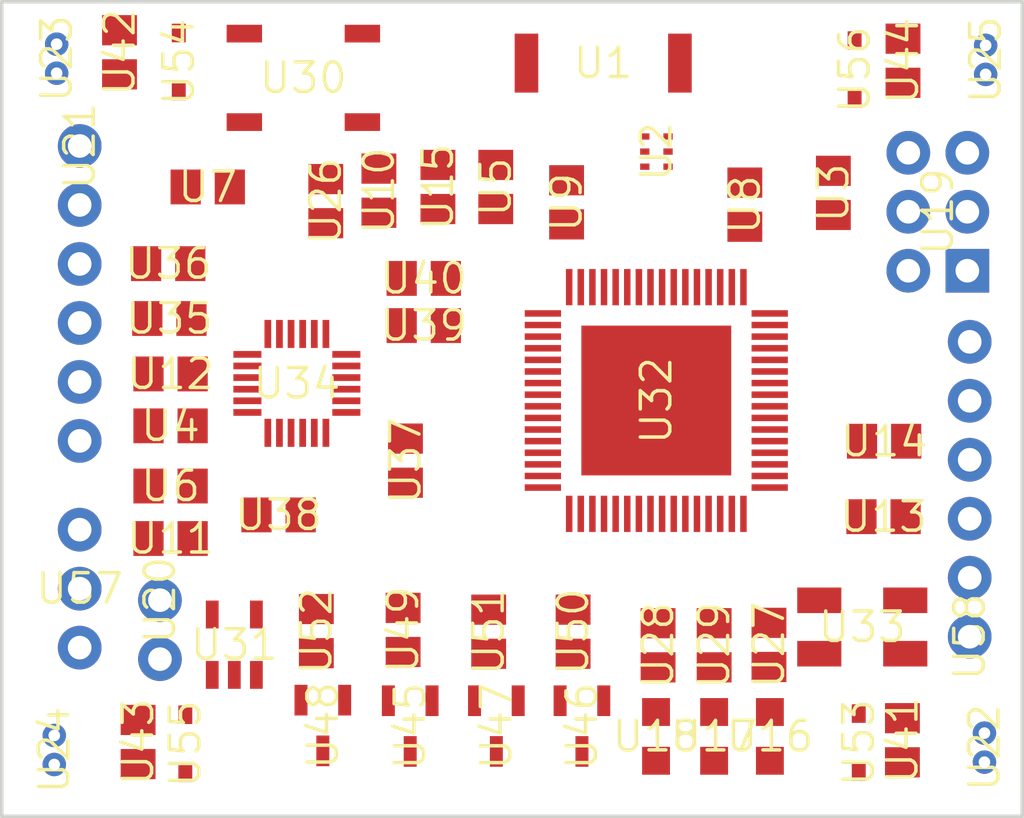
<source format=kicad_pcb>
(kicad_pcb (version 20171130) (host pcbnew "(5.1.4-0-10_14)")

  (general
    (thickness 1.6)
    (drawings 4)
    (tracks 0)
    (zones 0)
    (modules 58)
    (nets 81)
  )

  (page A4)
  (layers
    (0 Top signal)
    (31 Bottom signal)
    (32 B.Adhes user)
    (33 F.Adhes user)
    (34 B.Paste user)
    (35 F.Paste user)
    (36 B.SilkS user)
    (37 F.SilkS user)
    (38 B.Mask user)
    (39 F.Mask user)
    (40 Dwgs.User user)
    (41 Cmts.User user)
    (42 Eco1.User user)
    (43 Eco2.User user)
    (44 Edge.Cuts user)
    (45 Margin user)
    (46 B.CrtYd user)
    (47 F.CrtYd user)
    (48 B.Fab user)
    (49 F.Fab user)
  )

  (setup
    (last_trace_width 0.254)
    (trace_clearance 0.1524)
    (zone_clearance 0.508)
    (zone_45_only no)
    (trace_min 0.2)
    (via_size 0.8128)
    (via_drill 0.4064)
    (via_min_size 0.4)
    (via_min_drill 0.3)
    (uvia_size 0.3)
    (uvia_drill 0.1)
    (uvias_allowed yes)
    (uvia_min_size 0.2)
    (uvia_min_drill 0.1)
    (edge_width 0.05)
    (segment_width 0.2)
    (pcb_text_width 0.3)
    (pcb_text_size 1.5 1.5)
    (mod_edge_width 0.12)
    (mod_text_size 1 1)
    (mod_text_width 0.15)
    (pad_size 1.524 1.524)
    (pad_drill 0.762)
    (pad_to_mask_clearance 0.051)
    (solder_mask_min_width 0.25)
    (aux_axis_origin 0 0)
    (visible_elements 7FFFFFFF)
    (pcbplotparams
      (layerselection 0x010fc_ffffffff)
      (usegerberextensions false)
      (usegerberattributes false)
      (usegerberadvancedattributes false)
      (creategerberjobfile false)
      (excludeedgelayer true)
      (linewidth 0.100000)
      (plotframeref false)
      (viasonmask false)
      (mode 1)
      (useauxorigin false)
      (hpglpennumber 1)
      (hpglpenspeed 20)
      (hpglpendiameter 15.000000)
      (psnegative false)
      (psa4output false)
      (plotreference true)
      (plotvalue true)
      (plotinvisibletext false)
      (padsonsilk false)
      (subtractmaskfromsilk false)
      (outputformat 1)
      (mirror false)
      (drillshape 1)
      (scaleselection 1)
      (outputdirectory ""))
  )

  (net 0 "")
  (net 1 GND)
  (net 2 3.3V)
  (net 3 "Net-(U1-Pad64)")
  (net 4 "Net-(U1-Pad63)")
  (net 5 "Net-(U1-Pad62)")
  (net 6 "Net-(C1-Pad1)")
  (net 7 "Net-(C5-Pad1)")
  (net 8 "Net-(C6-Pad1)")
  (net 9 "Net-(U1-Pad53)")
  (net 10 "Net-(U1-Pad52)")
  (net 11 "Net-(U1-Pad51)")
  (net 12 /PE4)
  (net 13 /PE3)
  (net 14 "Net-(U1-Pad48)")
  (net 15 /TX0)
  (net 16 /RX0)
  (net 17 /PB7)
  (net 18 /PB6)
  (net 19 /PB5)
  (net 20 /PB4)
  (net 21 /MISO)
  (net 22 /MOSI)
  (net 23 /SCK)
  (net 24 "Net-(U1-Pad36)")
  (net 25 "Net-(U1-Pad32)")
  (net 26 "Net-(U1-Pad31)")
  (net 27 "Net-(U1-Pad30)")
  (net 28 "Net-(U1-Pad29)")
  (net 29 /TX1)
  (net 30 /RX1)
  (net 31 /SDA)
  (net 32 /SCL)
  (net 33 "Net-(C2-Pad1)")
  (net 34 "Net-(U1-Pad19)")
  (net 35 "Net-(U1-Pad18)")
  (net 36 "Net-(U1-Pad17)")
  (net 37 "Net-(U1-Pad16)")
  (net 38 "Net-(U1-Pad15)")
  (net 39 "Net-(U1-Pad14)")
  (net 40 "Net-(U1-Pad13)")
  (net 41 /RESET)
  (net 42 "Net-(C17-Pad2)")
  (net 43 "Net-(C16-Pad1)")
  (net 44 "Net-(U1-Pad6)")
  (net 45 "Net-(U1-Pad5)")
  (net 46 "Net-(U1-Pad4)")
  (net 47 "Net-(U1-Pad3)")
  (net 48 "Net-(U1-Pad2)")
  (net 49 "Net-(U1-Pad1)")
  (net 50 "Net-(B1-Pad4)")
  (net 51 "Net-(B1-Pad3)")
  (net 52 "Net-(B1-Pad2)")
  (net 53 /RFANT)
  (net 54 "Net-(J1-Pad2)")
  (net 55 "Net-(JP9-PadCTS)")
  (net 56 "Net-(C15-Pad1)")
  (net 57 "Net-(C7-Pad2)")
  (net 58 /VBAT)
  (net 59 "Net-(C8-Pad2)")
  (net 60 "Net-(C13-Pad2)")
  (net 61 "Net-(C14-Pad2)")
  (net 62 "Net-(JP3-Pad2)")
  (net 63 "Net-(C12-Pad1)")
  (net 64 "Net-(R10-Pad1)")
  (net 65 "Net-(R3-Pad1)")
  (net 66 "Net-(U4-Pad14)")
  (net 67 "Net-(U4-Pad13)")
  (net 68 "Net-(U4-Pad12)")
  (net 69 "Net-(U4-Pad11)")
  (net 70 "Net-(U4-Pad10)")
  (net 71 "Net-(C25-Pad1)")
  (net 72 "Net-(C25-Pad2)")
  (net 73 "Net-(C26-Pad2)")
  (net 74 "Net-(U4-Pad1)")
  (net 75 "Net-(S2-Pad1)")
  (net 76 "Net-(JP2-PadCTS)")
  (net 77 "Net-(JP2-PadDTR)")
  (net 78 "Net-(BOT1-PadA)")
  (net 79 "Net-(ARM1-PadA)")
  (net 80 "Net-(PWR1-PadA)")

  (net_class Default "This is the default net class."
    (clearance 0.1524)
    (trace_width 0.254)
    (via_dia 0.8128)
    (via_drill 0.4064)
    (uvia_dia 0.3)
    (uvia_drill 0.1)
    (add_net /MISO)
    (add_net /MOSI)
    (add_net /PB4)
    (add_net /PB5)
    (add_net /PB6)
    (add_net /PB7)
    (add_net /PE3)
    (add_net /PE4)
    (add_net /RESET)
    (add_net /RFANT)
    (add_net /RX0)
    (add_net /RX1)
    (add_net /SCK)
    (add_net /SCL)
    (add_net /SDA)
    (add_net /TX0)
    (add_net /TX1)
    (add_net 3.3V)
    (add_net GND)
    (add_net "Net-(ARM1-PadA)")
    (add_net "Net-(B1-Pad2)")
    (add_net "Net-(B1-Pad3)")
    (add_net "Net-(B1-Pad4)")
    (add_net "Net-(BOT1-PadA)")
    (add_net "Net-(C1-Pad1)")
    (add_net "Net-(C12-Pad1)")
    (add_net "Net-(C15-Pad1)")
    (add_net "Net-(C16-Pad1)")
    (add_net "Net-(C17-Pad2)")
    (add_net "Net-(C2-Pad1)")
    (add_net "Net-(C25-Pad1)")
    (add_net "Net-(C25-Pad2)")
    (add_net "Net-(C26-Pad2)")
    (add_net "Net-(C5-Pad1)")
    (add_net "Net-(C6-Pad1)")
    (add_net "Net-(J1-Pad2)")
    (add_net "Net-(JP2-PadCTS)")
    (add_net "Net-(JP2-PadDTR)")
    (add_net "Net-(JP3-Pad2)")
    (add_net "Net-(JP9-PadCTS)")
    (add_net "Net-(PWR1-PadA)")
    (add_net "Net-(R10-Pad1)")
    (add_net "Net-(R3-Pad1)")
    (add_net "Net-(S2-Pad1)")
    (add_net "Net-(U1-Pad1)")
    (add_net "Net-(U1-Pad13)")
    (add_net "Net-(U1-Pad14)")
    (add_net "Net-(U1-Pad15)")
    (add_net "Net-(U1-Pad16)")
    (add_net "Net-(U1-Pad17)")
    (add_net "Net-(U1-Pad18)")
    (add_net "Net-(U1-Pad19)")
    (add_net "Net-(U1-Pad2)")
    (add_net "Net-(U1-Pad29)")
    (add_net "Net-(U1-Pad3)")
    (add_net "Net-(U1-Pad30)")
    (add_net "Net-(U1-Pad31)")
    (add_net "Net-(U1-Pad32)")
    (add_net "Net-(U1-Pad36)")
    (add_net "Net-(U1-Pad4)")
    (add_net "Net-(U1-Pad48)")
    (add_net "Net-(U1-Pad5)")
    (add_net "Net-(U1-Pad51)")
    (add_net "Net-(U1-Pad52)")
    (add_net "Net-(U1-Pad53)")
    (add_net "Net-(U1-Pad6)")
    (add_net "Net-(U1-Pad62)")
    (add_net "Net-(U1-Pad63)")
    (add_net "Net-(U1-Pad64)")
    (add_net "Net-(U4-Pad1)")
    (add_net "Net-(U4-Pad10)")
    (add_net "Net-(U4-Pad11)")
    (add_net "Net-(U4-Pad12)")
    (add_net "Net-(U4-Pad13)")
    (add_net "Net-(U4-Pad14)")
  )

  (net_class Power ""
    (clearance 0.1524)
    (trace_width 0.508)
    (via_dia 0.8128)
    (via_drill 0.4064)
    (uvia_dia 0.3)
    (uvia_drill 0.1)
    (add_net /VBAT)
    (add_net "Net-(C13-Pad2)")
    (add_net "Net-(C14-Pad2)")
    (add_net "Net-(C7-Pad2)")
    (add_net "Net-(C8-Pad2)")
  )

  (module quadcopterJorge:653002114822 locked (layer Top) (tedit 5DCF2602) (tstamp 5DC90212)
    (at 168.1988 119.5832 270)
    (descr "WR-WTB 1.25mm Male Vertical Shrouded Header, 2 Pins")
    (path /FD237801)
    (fp_text reference U22 (at 0 -0.635 270) (layer F.SilkS)
      (effects (font (size 1.27 1.27) (thickness 0.15)))
    )
    (fp_text value "" (at 0 -0.635 270) (layer F.SilkS)
      (effects (font (size 1.27 1.27) (thickness 0.15)))
    )
    (fp_poly (pts (xy -1.3 -1.335) (xy 1.3 -1.335) (xy 1.3 0.065) (xy -1.3 0.065)) (layer B.CrtYd) (width 0.1))
    (fp_poly (pts (xy -2.3 -2.035) (xy 2.3 -2.035) (xy 2.3 1.565) (xy -2.3 1.565)) (layer F.CrtYd) (width 0.1))
    (pad 2 thru_hole circle (at -0.625 -0.635 270) (size 1.008 1.008) (drill 0.5) (layers *.Cu *.Mask)
      (net 57 "Net-(C7-Pad2)") (solder_mask_margin 0.1016))
    (pad 1 thru_hole circle (at 0.625 -0.635 270) (size 1.008 1.008) (drill 0.5) (layers *.Cu *.Mask)
      (net 58 /VBAT) (solder_mask_margin 0.1016))
  )

  (module quadcopterJorge:653002114822 locked (layer Top) (tedit 5DCF2602) (tstamp 5DC90230)
    (at 129.4384 119.6848 90)
    (descr "WR-WTB 1.25mm Male Vertical Shrouded Header, 2 Pins")
    (path /27E031B9)
    (fp_text reference U24 (at 0 -0.635 90) (layer F.SilkS)
      (effects (font (size 1.27 1.27) (thickness 0.15)))
    )
    (fp_text value "" (at 0 -0.635 90) (layer F.SilkS)
      (effects (font (size 1.27 1.27) (thickness 0.15)))
    )
    (fp_poly (pts (xy -1.3 -1.335) (xy 1.3 -1.335) (xy 1.3 0.065) (xy -1.3 0.065)) (layer B.CrtYd) (width 0.1))
    (fp_poly (pts (xy -2.3 -2.035) (xy 2.3 -2.035) (xy 2.3 1.565) (xy -2.3 1.565)) (layer F.CrtYd) (width 0.1))
    (pad 2 thru_hole circle (at -0.625 -0.635 90) (size 1.008 1.008) (drill 0.5) (layers *.Cu *.Mask)
      (net 60 "Net-(C13-Pad2)") (solder_mask_margin 0.1016))
    (pad 1 thru_hole circle (at 0.625 -0.635 90) (size 1.008 1.008) (drill 0.5) (layers *.Cu *.Mask)
      (net 58 /VBAT) (solder_mask_margin 0.1016))
  )

  (module quadcopterJorge:1X02 (layer Top) (tedit 5DCF25B9) (tstamp 5DC901C6)
    (at 133.35 114.5032 270)
    (path /EC28632A)
    (fp_text reference U20 (at -1.27 0 270) (layer F.SilkS)
      (effects (font (size 1.27 1.27) (thickness 0.15)))
    )
    (fp_text value "" (at -1.27 0 270) (layer F.SilkS)
      (effects (font (size 1.27 1.27) (thickness 0.15)))
    )
    (fp_poly (pts (xy -2.67 -1.4) (xy 2.63 -1.4) (xy 2.63 1.4) (xy -2.67 1.4)) (layer B.CrtYd) (width 0.1))
    (fp_poly (pts (xy -2.67 -1.4) (xy 2.63 -1.4) (xy 2.63 1.4) (xy -2.67 1.4)) (layer F.CrtYd) (width 0.1))
    (pad 2 thru_hole circle (at 1.27 0) (size 1.8796 1.8796) (drill 1.016) (layers *.Cu *.Mask)
      (net 62 "Net-(JP3-Pad2)") (solder_mask_margin 0.1016))
    (pad 1 thru_hole circle (at -1.27 0) (size 1.8796 1.8796) (drill 1.016) (layers *.Cu *.Mask)
      (net 1 GND) (solder_mask_margin 0.1016))
  )

  (module quadcopterJorge:653002114822 (layer Top) (tedit 5DCF2602) (tstamp 5DC9023F)
    (at 168.2496 89.9668 270)
    (descr "WR-WTB 1.25mm Male Vertical Shrouded Header, 2 Pins")
    (path /DCB17BD7)
    (fp_text reference U25 (at 0 -0.635 270) (layer F.SilkS)
      (effects (font (size 1.27 1.27) (thickness 0.15)))
    )
    (fp_text value "" (at 0 -0.635 270) (layer F.SilkS)
      (effects (font (size 1.27 1.27) (thickness 0.15)))
    )
    (fp_poly (pts (xy -1.3 -1.335) (xy 1.3 -1.335) (xy 1.3 0.065) (xy -1.3 0.065)) (layer B.CrtYd) (width 0.1))
    (fp_poly (pts (xy -2.3 -2.035) (xy 2.3 -2.035) (xy 2.3 1.565) (xy -2.3 1.565)) (layer F.CrtYd) (width 0.1))
    (pad 2 thru_hole circle (at -0.625 -0.635 270) (size 1.008 1.008) (drill 0.5) (layers *.Cu *.Mask)
      (net 61 "Net-(C14-Pad2)") (solder_mask_margin 0.1016))
    (pad 1 thru_hole circle (at 0.625 -0.635 270) (size 1.008 1.008) (drill 0.5) (layers *.Cu *.Mask)
      (net 58 /VBAT) (solder_mask_margin 0.1016))
  )

  (module quadcopterJorge:653002114822 locked (layer Top) (tedit 5DCF2602) (tstamp 5DC90221)
    (at 128.27 89.916 270)
    (descr "WR-WTB 1.25mm Male Vertical Shrouded Header, 2 Pins")
    (path /4C99C424)
    (fp_text reference U23 (at 0 -0.635 270) (layer F.SilkS)
      (effects (font (size 1.27 1.27) (thickness 0.15)))
    )
    (fp_text value "" (at 0 -0.635 270) (layer F.SilkS)
      (effects (font (size 1.27 1.27) (thickness 0.15)))
    )
    (fp_poly (pts (xy -1.3 -1.335) (xy 1.3 -1.335) (xy 1.3 0.065) (xy -1.3 0.065)) (layer B.CrtYd) (width 0.1))
    (fp_poly (pts (xy -2.3 -2.035) (xy 2.3 -2.035) (xy 2.3 1.565) (xy -2.3 1.565)) (layer F.CrtYd) (width 0.1))
    (pad 2 thru_hole circle (at -0.625 -0.635 270) (size 1.008 1.008) (drill 0.5) (layers *.Cu *.Mask)
      (net 59 "Net-(C8-Pad2)") (solder_mask_margin 0.1016))
    (pad 1 thru_hole circle (at 0.625 -0.635 270) (size 1.008 1.008) (drill 0.5) (layers *.Cu *.Mask)
      (net 58 /VBAT) (solder_mask_margin 0.1016))
  )

  (module quadcopterJorge:FTDI_BASIC locked (layer Top) (tedit 5DCF2629) (tstamp 5DC901DB)
    (at 129.8956 100.0252 270)
    (path /9500817F)
    (fp_text reference U21 (at -6.35 0 270) (layer F.SilkS)
      (effects (font (size 1.27 1.27) (thickness 0.15)))
    )
    (fp_text value "" (at -6.35 0 270) (layer F.SilkS)
      (effects (font (size 1.27 1.27) (thickness 0.15)))
    )
    (fp_poly (pts (xy -7.65 -1.3) (xy 7.65 -1.3) (xy 7.65 1.3) (xy -7.65 1.3)) (layer B.CrtYd) (width 0.1))
    (fp_poly (pts (xy -7.65 -1.3) (xy 7.65 -1.3) (xy 7.65 1.3) (xy -7.65 1.3)) (layer F.CrtYd) (width 0.1))
    (pad GND thru_hole circle (at 6.35 0) (size 1.8796 1.8796) (drill 1.016) (layers *.Cu *.Mask)
      (net 1 GND) (solder_mask_margin 0.1016))
    (pad CTS thru_hole circle (at 3.81 0) (size 1.8796 1.8796) (drill 1.016) (layers *.Cu *.Mask)
      (net 55 "Net-(JP9-PadCTS)") (solder_mask_margin 0.1016))
    (pad VCC thru_hole circle (at 1.27 0) (size 1.8796 1.8796) (drill 1.016) (layers *.Cu *.Mask)
      (net 2 3.3V) (solder_mask_margin 0.1016))
    (pad TXO thru_hole circle (at -1.27 0) (size 1.8796 1.8796) (drill 1.016) (layers *.Cu *.Mask)
      (net 16 /RX0) (solder_mask_margin 0.1016))
    (pad RXI thru_hole circle (at -3.81 0) (size 1.8796 1.8796) (drill 1.016) (layers *.Cu *.Mask)
      (net 15 /TX0) (solder_mask_margin 0.1016))
    (pad DTR thru_hole circle (at -6.35 0) (size 1.8796 1.8796) (drill 1.016) (layers *.Cu *.Mask)
      (net 56 "Net-(C15-Pad1)") (solder_mask_margin 0.1016))
  )

  (module quadcopterJorge:FTDI_BASIC locked (layer Top) (tedit 5DCF2629) (tstamp 5DC904F2)
    (at 168.1988 108.458 90)
    (path /E74E9B50)
    (fp_text reference U58 (at -6.35 0 90) (layer F.SilkS)
      (effects (font (size 1.27 1.27) (thickness 0.15)))
    )
    (fp_text value "" (at -6.35 0 90) (layer F.SilkS)
      (effects (font (size 1.27 1.27) (thickness 0.15)))
    )
    (fp_poly (pts (xy -7.65 -1.3) (xy 7.65 -1.3) (xy 7.65 1.3) (xy -7.65 1.3)) (layer B.CrtYd) (width 0.1))
    (fp_poly (pts (xy -7.65 -1.3) (xy 7.65 -1.3) (xy 7.65 1.3) (xy -7.65 1.3)) (layer F.CrtYd) (width 0.1))
    (pad GND thru_hole circle (at 6.35 0 180) (size 1.8796 1.8796) (drill 1.016) (layers *.Cu *.Mask)
      (net 1 GND) (solder_mask_margin 0.1016))
    (pad CTS thru_hole circle (at 3.81 0 180) (size 1.8796 1.8796) (drill 1.016) (layers *.Cu *.Mask)
      (net 76 "Net-(JP2-PadCTS)") (solder_mask_margin 0.1016))
    (pad VCC thru_hole circle (at 1.27 0 180) (size 1.8796 1.8796) (drill 1.016) (layers *.Cu *.Mask)
      (net 2 3.3V) (solder_mask_margin 0.1016))
    (pad TXO thru_hole circle (at -1.27 0 180) (size 1.8796 1.8796) (drill 1.016) (layers *.Cu *.Mask)
      (net 30 /RX1) (solder_mask_margin 0.1016))
    (pad RXI thru_hole circle (at -3.81 0 180) (size 1.8796 1.8796) (drill 1.016) (layers *.Cu *.Mask)
      (net 29 /TX1) (solder_mask_margin 0.1016))
    (pad DTR thru_hole circle (at -6.35 0 180) (size 1.8796 1.8796) (drill 1.016) (layers *.Cu *.Mask)
      (net 77 "Net-(JP2-PadDTR)") (solder_mask_margin 0.1016))
  )

  (module quadcopterJorge:ANTENNA-CHIP5 locked (layer Top) (tedit 5DCE6AFB) (tstamp 5DC900A2)
    (at 152.4254 90.1065)
    (path /EA64C37F)
    (fp_text reference U1 (at 0 0) (layer F.SilkS)
      (effects (font (size 1.27 1.27) (thickness 0.15)))
    )
    (fp_text value "" (at 0 0) (layer F.SilkS)
      (effects (font (size 1.27 1.27) (thickness 0.15)))
    )
    (fp_poly (pts (xy -4 -1.4) (xy 4 -1.4) (xy 4 1.4) (xy -4 1.4)) (layer F.CrtYd) (width 0.1))
    (pad FEED smd rect (at -3.302 0 180) (size 1.016 2.54) (layers Top F.Paste F.Mask)
      (net 53 /RFANT) (solder_mask_margin 0.1016))
    (pad NC smd rect (at 3.302 0 180) (size 1.016 2.54) (layers Top F.Paste F.Mask)
      (solder_mask_margin 0.1016))
  )

  (module quadcopterJorge:BALUN-0805 locked (layer Top) (tedit 5DCE655C) (tstamp 5DC900AF)
    (at 154.7114 93.9165 270)
    (descr "<h3>Balun - 0805 Package</h3>\n<p>Transformer to convert an unbalanced signal to a balenced one, or vice-versa.</p>\n<p><a href=\"http://katalog.we-online.de/pbs/datasheet/748421245.pdf\">Example Datasheet</a></p>")
    (path /A14A3ED5)
    (fp_text reference U2 (at 0 0 270) (layer F.SilkS)
      (effects (font (size 1.27 1.27) (thickness 0.15)))
    )
    (fp_text value "" (at 0 0 270) (layer F.SilkS)
      (effects (font (size 1.27 1.27) (thickness 0.15)))
    )
    (fp_poly (pts (xy -1.3 -0.9) (xy 1.3 -0.9) (xy 1.3 0.9) (xy -1.3 0.9)) (layer F.CrtYd) (width 0.1))
    (pad 4 smd rect (at 0.65 -0.505 270) (size 0.27 0.4) (layers Top F.Paste F.Mask)
      (net 50 "Net-(B1-Pad4)") (solder_mask_margin 0.1016))
    (pad 5 smd rect (at 0 -0.505 270) (size 0.27 0.4) (layers Top F.Paste F.Mask)
      (net 1 GND) (solder_mask_margin 0.1016))
    (pad 6 smd rect (at -0.65 -0.505 270) (size 0.27 0.4) (layers Top F.Paste F.Mask)
      (solder_mask_margin 0.1016))
    (pad 3 smd rect (at 0.65 0.495 270) (size 0.27 0.4) (layers Top F.Paste F.Mask)
      (net 51 "Net-(B1-Pad3)") (solder_mask_margin 0.1016))
    (pad 2 smd rect (at 0 0.495 270) (size 0.27 0.4) (layers Top F.Paste F.Mask)
      (net 52 "Net-(B1-Pad2)") (solder_mask_margin 0.1016))
    (pad 1 smd rect (at -0.65 0.495 270) (size 0.27 0.4) (layers Top F.Paste F.Mask)
      (net 53 /RFANT) (solder_mask_margin 0.1016))
  )

  (module quadcopterJorge:C0805 (layer Top) (tedit 5DCE6588) (tstamp 5DC900C6)
    (at 162.3314 95.6945 90)
    (descr <b>CAPACITOR</b><p>)
    (path /C8E3AF05)
    (fp_text reference U3 (at 0 0 90) (layer F.SilkS)
      (effects (font (size 1.27 1.27) (thickness 0.15)))
    )
    (fp_text value "" (at 0 0 90) (layer F.SilkS)
      (effects (font (size 1.27 1.27) (thickness 0.15)))
    )
    (fp_poly (pts (xy -2 -1) (xy 2 -1) (xy 2 1) (xy -2 1)) (layer F.CrtYd) (width 0.1))
    (pad 2 smd rect (at 0.95 0 90) (size 1.3 1.5) (layers Top F.Paste F.Mask)
      (net 1 GND) (solder_mask_margin 0.1016))
    (pad 1 smd rect (at -0.95 0 90) (size 1.3 1.5) (layers Top F.Paste F.Mask)
      (net 6 "Net-(C1-Pad1)") (solder_mask_margin 0.1016))
  )

  (module quadcopterJorge:C0805 (layer Top) (tedit 5DCE6588) (tstamp 5DC900D4)
    (at 133.8072 105.7275)
    (descr <b>CAPACITOR</b><p>)
    (path /F9611745)
    (fp_text reference U4 (at 0 0) (layer F.SilkS)
      (effects (font (size 1.27 1.27) (thickness 0.15)))
    )
    (fp_text value "" (at 0 0) (layer F.SilkS)
      (effects (font (size 1.27 1.27) (thickness 0.15)))
    )
    (fp_poly (pts (xy -2 -1) (xy 2 -1) (xy 2 1) (xy -2 1)) (layer F.CrtYd) (width 0.1))
    (pad 2 smd rect (at 0.95 0) (size 1.3 1.5) (layers Top F.Paste F.Mask)
      (net 1 GND) (solder_mask_margin 0.1016))
    (pad 1 smd rect (at -0.95 0) (size 1.3 1.5) (layers Top F.Paste F.Mask)
      (net 2 3.3V) (solder_mask_margin 0.1016))
  )

  (module quadcopterJorge:C0805 (layer Top) (tedit 5DCE6588) (tstamp 5DC900E2)
    (at 147.8026 95.4405 270)
    (descr <b>CAPACITOR</b><p>)
    (path /863C519D)
    (fp_text reference U5 (at 0 0 270) (layer F.SilkS)
      (effects (font (size 1.27 1.27) (thickness 0.15)))
    )
    (fp_text value "" (at 0 0 270) (layer F.SilkS)
      (effects (font (size 1.27 1.27) (thickness 0.15)))
    )
    (fp_poly (pts (xy -2 -1) (xy 2 -1) (xy 2 1) (xy -2 1)) (layer F.CrtYd) (width 0.1))
    (pad 2 smd rect (at 0.95 0 270) (size 1.3 1.5) (layers Top F.Paste F.Mask)
      (net 1 GND) (solder_mask_margin 0.1016))
    (pad 1 smd rect (at -0.95 0 270) (size 1.3 1.5) (layers Top F.Paste F.Mask)
      (net 52 "Net-(B1-Pad2)") (solder_mask_margin 0.1016))
  )

  (module quadcopterJorge:C0805 (layer Top) (tedit 5DCE6588) (tstamp 5DC900F0)
    (at 133.8072 108.3183)
    (descr <b>CAPACITOR</b><p>)
    (path /A436D0BD)
    (fp_text reference U6 (at 0 0) (layer F.SilkS)
      (effects (font (size 1.27 1.27) (thickness 0.15)))
    )
    (fp_text value "" (at 0 0) (layer F.SilkS)
      (effects (font (size 1.27 1.27) (thickness 0.15)))
    )
    (fp_poly (pts (xy -2 -1) (xy 2 -1) (xy 2 1) (xy -2 1)) (layer F.CrtYd) (width 0.1))
    (pad 2 smd rect (at 0.95 0) (size 1.3 1.5) (layers Top F.Paste F.Mask)
      (net 1 GND) (solder_mask_margin 0.1016))
    (pad 1 smd rect (at -0.95 0) (size 1.3 1.5) (layers Top F.Paste F.Mask)
      (net 63 "Net-(C12-Pad1)") (solder_mask_margin 0.1016))
  )

  (module quadcopterJorge:C0805 (layer Top) (tedit 5DCE6588) (tstamp 5DC900FE)
    (at 135.4074 95.4405)
    (descr <b>CAPACITOR</b><p>)
    (path /C65B0EAD)
    (fp_text reference U7 (at 0 0) (layer F.SilkS)
      (effects (font (size 1.27 1.27) (thickness 0.15)))
    )
    (fp_text value "" (at 0 0) (layer F.SilkS)
      (effects (font (size 1.27 1.27) (thickness 0.15)))
    )
    (fp_poly (pts (xy -2 -1) (xy 2 -1) (xy 2 1) (xy -2 1)) (layer F.CrtYd) (width 0.1))
    (pad 2 smd rect (at 0.95 0) (size 1.3 1.5) (layers Top F.Paste F.Mask)
      (net 41 /RESET) (solder_mask_margin 0.1016))
    (pad 1 smd rect (at -0.95 0) (size 1.3 1.5) (layers Top F.Paste F.Mask)
      (net 56 "Net-(C15-Pad1)") (solder_mask_margin 0.1016))
  )

  (module quadcopterJorge:C0805 (layer Top) (tedit 5DCE6588) (tstamp 5DC9010C)
    (at 158.5214 96.2025 90)
    (descr <b>CAPACITOR</b><p>)
    (path /4CA4B545)
    (fp_text reference U8 (at 0 0 90) (layer F.SilkS)
      (effects (font (size 1.27 1.27) (thickness 0.15)))
    )
    (fp_text value "" (at 0 0 90) (layer F.SilkS)
      (effects (font (size 1.27 1.27) (thickness 0.15)))
    )
    (fp_poly (pts (xy -2 -1) (xy 2 -1) (xy 2 1) (xy -2 1)) (layer F.CrtYd) (width 0.1))
    (pad 2 smd rect (at 0.95 0 90) (size 1.3 1.5) (layers Top F.Paste F.Mask)
      (net 51 "Net-(B1-Pad3)") (solder_mask_margin 0.1016))
    (pad 1 smd rect (at -0.95 0 90) (size 1.3 1.5) (layers Top F.Paste F.Mask)
      (net 43 "Net-(C16-Pad1)") (solder_mask_margin 0.1016))
  )

  (module quadcopterJorge:C0805 (layer Top) (tedit 5DCE6588) (tstamp 5DC9011A)
    (at 150.8506 96.1009 270)
    (descr <b>CAPACITOR</b><p>)
    (path /57A7EDF6)
    (fp_text reference U9 (at 0 0 270) (layer F.SilkS)
      (effects (font (size 1.27 1.27) (thickness 0.15)))
    )
    (fp_text value "" (at 0 0 270) (layer F.SilkS)
      (effects (font (size 1.27 1.27) (thickness 0.15)))
    )
    (fp_poly (pts (xy -2 -1) (xy 2 -1) (xy 2 1) (xy -2 1)) (layer F.CrtYd) (width 0.1))
    (pad 2 smd rect (at 0.95 0 270) (size 1.3 1.5) (layers Top F.Paste F.Mask)
      (net 42 "Net-(C17-Pad2)") (solder_mask_margin 0.1016))
    (pad 1 smd rect (at -0.95 0 270) (size 1.3 1.5) (layers Top F.Paste F.Mask)
      (net 50 "Net-(B1-Pad4)") (solder_mask_margin 0.1016))
  )

  (module quadcopterJorge:C0805 (layer Top) (tedit 5DCE6588) (tstamp 5DC90128)
    (at 142.7734 95.6 90)
    (descr <b>CAPACITOR</b><p>)
    (path /AC671DB5)
    (fp_text reference U10 (at 0 0 90) (layer F.SilkS)
      (effects (font (size 1.27 1.27) (thickness 0.15)))
    )
    (fp_text value "" (at 0 0 90) (layer F.SilkS)
      (effects (font (size 1.27 1.27) (thickness 0.15)))
    )
    (fp_poly (pts (xy -2 -1) (xy 2 -1) (xy 2 1) (xy -2 1)) (layer F.CrtYd) (width 0.1))
    (pad 2 smd rect (at 0.95 0 90) (size 1.3 1.5) (layers Top F.Paste F.Mask)
      (net 1 GND) (solder_mask_margin 0.1016))
    (pad 1 smd rect (at -0.95 0 90) (size 1.3 1.5) (layers Top F.Paste F.Mask)
      (net 33 "Net-(C2-Pad1)") (solder_mask_margin 0.1016))
  )

  (module quadcopterJorge:C0805 (layer Top) (tedit 5DCE6588) (tstamp 5DC90136)
    (at 133.8072 110.5789)
    (descr <b>CAPACITOR</b><p>)
    (path /88B3C59D)
    (fp_text reference U11 (at 0 0) (layer F.SilkS)
      (effects (font (size 1.27 1.27) (thickness 0.15)))
    )
    (fp_text value "" (at 0 0) (layer F.SilkS)
      (effects (font (size 1.27 1.27) (thickness 0.15)))
    )
    (fp_poly (pts (xy -2 -1) (xy 2 -1) (xy 2 1) (xy -2 1)) (layer F.CrtYd) (width 0.1))
    (pad 2 smd rect (at 0.95 0) (size 1.3 1.5) (layers Top F.Paste F.Mask)
      (net 1 GND) (solder_mask_margin 0.1016))
    (pad 1 smd rect (at -0.95 0) (size 1.3 1.5) (layers Top F.Paste F.Mask)
      (net 58 /VBAT) (solder_mask_margin 0.1016))
  )

  (module quadcopterJorge:C0805 (layer Top) (tedit 5DCE6588) (tstamp 5DC90144)
    (at 133.8072 103.4923)
    (descr <b>CAPACITOR</b><p>)
    (path /ECDD94AD)
    (fp_text reference U12 (at 0 0) (layer F.SilkS)
      (effects (font (size 1.27 1.27) (thickness 0.15)))
    )
    (fp_text value "" (at 0 0) (layer F.SilkS)
      (effects (font (size 1.27 1.27) (thickness 0.15)))
    )
    (fp_poly (pts (xy -2 -1) (xy 2 -1) (xy 2 1) (xy -2 1)) (layer F.CrtYd) (width 0.1))
    (pad 2 smd rect (at 0.95 0) (size 1.3 1.5) (layers Top F.Paste F.Mask)
      (net 1 GND) (solder_mask_margin 0.1016))
    (pad 1 smd rect (at -0.95 0) (size 1.3 1.5) (layers Top F.Paste F.Mask)
      (net 2 3.3V) (solder_mask_margin 0.1016))
  )

  (module quadcopterJorge:C0805 (layer Top) (tedit 5DCE6588) (tstamp 5DC90152)
    (at 164.4904 109.6391)
    (descr <b>CAPACITOR</b><p>)
    (path /40EB53D4)
    (fp_text reference U13 (at 0 0) (layer F.SilkS)
      (effects (font (size 1.27 1.27) (thickness 0.15)))
    )
    (fp_text value "" (at 0 0) (layer F.SilkS)
      (effects (font (size 1.27 1.27) (thickness 0.15)))
    )
    (fp_poly (pts (xy -2 -1) (xy 2 -1) (xy 2 1) (xy -2 1)) (layer F.CrtYd) (width 0.1))
    (pad 2 smd rect (at 0.95 0) (size 1.3 1.5) (layers Top F.Paste F.Mask)
      (net 1 GND) (solder_mask_margin 0.1016))
    (pad 1 smd rect (at -0.95 0) (size 1.3 1.5) (layers Top F.Paste F.Mask)
      (net 7 "Net-(C5-Pad1)") (solder_mask_margin 0.1016))
  )

  (module quadcopterJorge:C0805 (layer Top) (tedit 5DCE6588) (tstamp 5DC90160)
    (at 164.5158 106.3879)
    (descr <b>CAPACITOR</b><p>)
    (path /EF4A0B26)
    (fp_text reference U14 (at 0 0) (layer F.SilkS)
      (effects (font (size 1.27 1.27) (thickness 0.15)))
    )
    (fp_text value "" (at 0 0) (layer F.SilkS)
      (effects (font (size 1.27 1.27) (thickness 0.15)))
    )
    (fp_poly (pts (xy -2 -1) (xy 2 -1) (xy 2 1) (xy -2 1)) (layer F.CrtYd) (width 0.1))
    (pad 2 smd rect (at 0.95 0) (size 1.3 1.5) (layers Top F.Paste F.Mask)
      (net 1 GND) (solder_mask_margin 0.1016))
    (pad 1 smd rect (at -0.95 0) (size 1.3 1.5) (layers Top F.Paste F.Mask)
      (net 8 "Net-(C6-Pad1)") (solder_mask_margin 0.1016))
  )

  (module quadcopterJorge:C0805 (layer Top) (tedit 5DCE6588) (tstamp 5DC9016E)
    (at 145.3134 95.4405 90)
    (descr <b>CAPACITOR</b><p>)
    (path /E301BF82)
    (fp_text reference U15 (at 0 0 90) (layer F.SilkS)
      (effects (font (size 1.27 1.27) (thickness 0.15)))
    )
    (fp_text value "" (at 0 0 90) (layer F.SilkS)
      (effects (font (size 1.27 1.27) (thickness 0.15)))
    )
    (fp_poly (pts (xy -2 -1) (xy 2 -1) (xy 2 1) (xy -2 1)) (layer F.CrtYd) (width 0.1))
    (pad 2 smd rect (at 0.95 0 90) (size 1.3 1.5) (layers Top F.Paste F.Mask)
      (net 53 /RFANT) (solder_mask_margin 0.1016))
    (pad 1 smd rect (at -0.95 0 90) (size 1.3 1.5) (layers Top F.Paste F.Mask)
      (net 1 GND) (solder_mask_margin 0.1016))
  )

  (module quadcopterJorge:CHIP-LED0805 (layer Top) (tedit 5DCE6B13) (tstamp 5DC9017C)
    (at 159.6 119.1 180)
    (descr "<b>Hyper CHIPLED Hyper-Bright LED</b><p>\nLB R99A<br>\nSource: http://www.osram.convergy.de/ ... lb_r99a.pdf")
    (path /D9B9D322)
    (fp_text reference U16 (at 0 0 180) (layer F.SilkS)
      (effects (font (size 1.27 1.27) (thickness 0.15)))
    )
    (fp_text value "" (at 0 0 180) (layer F.SilkS)
      (effects (font (size 1.27 1.27) (thickness 0.15)))
    )
    (fp_poly (pts (xy -0.8 -1.8) (xy 0.8 -1.8) (xy 0.8 1.8) (xy -0.8 1.8)) (layer F.CrtYd) (width 0.1))
    (pad A smd rect (at 0 1.05 180) (size 1.2 1.2) (layers Top F.Paste F.Mask)
      (net 80 "Net-(PWR1-PadA)") (solder_mask_margin 0.1016))
    (pad C smd rect (at 0 -1.05 180) (size 1.2 1.2) (layers Top F.Paste F.Mask)
      (net 1 GND) (solder_mask_margin 0.1016))
  )

  (module quadcopterJorge:CHIP-LED0805 (layer Top) (tedit 5DCE6B13) (tstamp 5DC90188)
    (at 157.2 119.1 180)
    (descr "<b>Hyper CHIPLED Hyper-Bright LED</b><p>\nLB R99A<br>\nSource: http://www.osram.convergy.de/ ... lb_r99a.pdf")
    (path /2B5E229B)
    (fp_text reference U17 (at 0 0 180) (layer F.SilkS)
      (effects (font (size 1.27 1.27) (thickness 0.15)))
    )
    (fp_text value "" (at 0 0 180) (layer F.SilkS)
      (effects (font (size 1.27 1.27) (thickness 0.15)))
    )
    (fp_poly (pts (xy -0.8 -1.8) (xy 0.8 -1.8) (xy 0.8 1.8) (xy -0.8 1.8)) (layer F.CrtYd) (width 0.1))
    (pad A smd rect (at 0 1.05 180) (size 1.2 1.2) (layers Top F.Paste F.Mask)
      (net 78 "Net-(BOT1-PadA)") (solder_mask_margin 0.1016))
    (pad C smd rect (at 0 -1.05 180) (size 1.2 1.2) (layers Top F.Paste F.Mask)
      (net 1 GND) (solder_mask_margin 0.1016))
  )

  (module quadcopterJorge:CHIP-LED0805 (layer Top) (tedit 5DCE6B13) (tstamp 5DC90194)
    (at 154.7 119.1 180)
    (descr "<b>Hyper CHIPLED Hyper-Bright LED</b><p>\nLB R99A<br>\nSource: http://www.osram.convergy.de/ ... lb_r99a.pdf")
    (path /2D72AB37)
    (fp_text reference U18 (at 0 0 180) (layer F.SilkS)
      (effects (font (size 1.27 1.27) (thickness 0.15)))
    )
    (fp_text value "" (at 0 0 180) (layer F.SilkS)
      (effects (font (size 1.27 1.27) (thickness 0.15)))
    )
    (fp_poly (pts (xy -0.8 -1.8) (xy 0.8 -1.8) (xy 0.8 1.8) (xy -0.8 1.8)) (layer F.CrtYd) (width 0.1))
    (pad A smd rect (at 0 1.05 180) (size 1.2 1.2) (layers Top F.Paste F.Mask)
      (net 79 "Net-(ARM1-PadA)") (solder_mask_margin 0.1016))
    (pad C smd rect (at 0 -1.05 180) (size 1.2 1.2) (layers Top F.Paste F.Mask)
      (net 1 GND) (solder_mask_margin 0.1016))
  )

  (module quadcopterJorge:2X3-NS locked (layer Top) (tedit 5DCF25D3) (tstamp 5DC901A0)
    (at 166.8272 96.5073 90)
    (path /92F0590A)
    (fp_text reference U19 (at 0 0 90) (layer F.SilkS)
      (effects (font (size 1.27 1.27) (thickness 0.15)))
    )
    (fp_text value "" (at 0 0 90) (layer F.SilkS)
      (effects (font (size 1.27 1.27) (thickness 0.15)))
    )
    (fp_poly (pts (xy -3.9 -2.7) (xy 3.9 -2.7) (xy 3.9 2.7) (xy -3.9 2.7)) (layer B.CrtYd) (width 0.1))
    (fp_poly (pts (xy -3.9 -2.7) (xy 3.9 -2.7) (xy 3.9 2.7) (xy -3.9 2.7)) (layer F.CrtYd) (width 0.1))
    (pad 6 thru_hole circle (at 2.54 -1.27 90) (size 1.8796 1.8796) (drill 1.016) (layers *.Cu *.Mask)
      (net 1 GND) (solder_mask_margin 0.1016))
    (pad 5 thru_hole circle (at 2.54 1.27 90) (size 1.8796 1.8796) (drill 1.016) (layers *.Cu *.Mask)
      (net 41 /RESET) (solder_mask_margin 0.1016))
    (pad 4 thru_hole circle (at 0 -1.27 90) (size 1.8796 1.8796) (drill 1.016) (layers *.Cu *.Mask)
      (net 22 /MOSI) (solder_mask_margin 0.1016))
    (pad 3 thru_hole circle (at 0 1.27 90) (size 1.8796 1.8796) (drill 1.016) (layers *.Cu *.Mask)
      (net 23 /SCK) (solder_mask_margin 0.1016))
    (pad 2 thru_hole circle (at -2.54 -1.27 90) (size 1.8796 1.8796) (drill 1.016) (layers *.Cu *.Mask)
      (net 54 "Net-(J1-Pad2)") (solder_mask_margin 0.1016))
    (pad 1 thru_hole rect (at -2.54 1.27 90) (size 1.8796 1.8796) (drill 1.016) (layers *.Cu *.Mask)
      (net 21 /MISO) (solder_mask_margin 0.1016))
  )

  (module quadcopterJorge:R0805 (layer Top) (tedit 5DCE67E6) (tstamp 5DC9024E)
    (at 140.4874 96.0501 270)
    (descr <b>RESISTOR</b><p>)
    (path /5FC72806)
    (fp_text reference U26 (at 0 0 270) (layer F.SilkS)
      (effects (font (size 1.27 1.27) (thickness 0.15)))
    )
    (fp_text value "" (at 0 0 270) (layer F.SilkS)
      (effects (font (size 1.27 1.27) (thickness 0.15)))
    )
    (fp_poly (pts (xy -2 -1) (xy 2 -1) (xy 2 1) (xy -2 1)) (layer F.CrtYd) (width 0.1))
    (pad 2 smd rect (at 0.95 0 270) (size 1.3 1.5) (layers Top F.Paste F.Mask)
      (net 2 3.3V) (solder_mask_margin 0.1016))
    (pad 1 smd rect (at -0.95 0 270) (size 1.3 1.5) (layers Top F.Paste F.Mask)
      (net 41 /RESET) (solder_mask_margin 0.1016))
  )

  (module quadcopterJorge:R0805 (layer Top) (tedit 5DCE67E6) (tstamp 5DC9025C)
    (at 159.56 115.16 90)
    (descr <b>RESISTOR</b><p>)
    (path /3EF859C9)
    (fp_text reference U27 (at 0 0 90) (layer F.SilkS)
      (effects (font (size 1.27 1.27) (thickness 0.15)))
    )
    (fp_text value "" (at 0 0 90) (layer F.SilkS)
      (effects (font (size 1.27 1.27) (thickness 0.15)))
    )
    (fp_poly (pts (xy -2 -1) (xy 2 -1) (xy 2 1) (xy -2 1)) (layer F.CrtYd) (width 0.1))
    (pad 2 smd rect (at 0.95 0 90) (size 1.3 1.5) (layers Top F.Paste F.Mask)
      (net 2 3.3V) (solder_mask_margin 0.1016))
    (pad 1 smd rect (at -0.95 0 90) (size 1.3 1.5) (layers Top F.Paste F.Mask)
      (net 80 "Net-(PWR1-PadA)") (solder_mask_margin 0.1016))
  )

  (module quadcopterJorge:R0805 (layer Top) (tedit 5DCE67E6) (tstamp 5DC9026A)
    (at 154.7876 115.1763 90)
    (descr <b>RESISTOR</b><p>)
    (path /71430D2B)
    (fp_text reference U28 (at 0 0 90) (layer F.SilkS)
      (effects (font (size 1.27 1.27) (thickness 0.15)))
    )
    (fp_text value "" (at 0 0 90) (layer F.SilkS)
      (effects (font (size 1.27 1.27) (thickness 0.15)))
    )
    (fp_poly (pts (xy -2 -1) (xy 2 -1) (xy 2 1) (xy -2 1)) (layer F.CrtYd) (width 0.1))
    (pad 2 smd rect (at 0.95 0 90) (size 1.3 1.5) (layers Top F.Paste F.Mask)
      (net 18 /PB6) (solder_mask_margin 0.1016))
    (pad 1 smd rect (at -0.95 0 90) (size 1.3 1.5) (layers Top F.Paste F.Mask)
      (net 79 "Net-(ARM1-PadA)") (solder_mask_margin 0.1016))
  )

  (module quadcopterJorge:R0805 (layer Top) (tedit 5DCE67E6) (tstamp 5DC90278)
    (at 157.2006 115.1763 90)
    (descr <b>RESISTOR</b><p>)
    (path /A0406511)
    (fp_text reference U29 (at 0 0 90) (layer F.SilkS)
      (effects (font (size 1.27 1.27) (thickness 0.15)))
    )
    (fp_text value "" (at 0 0 90) (layer F.SilkS)
      (effects (font (size 1.27 1.27) (thickness 0.15)))
    )
    (fp_poly (pts (xy -2 -1) (xy 2 -1) (xy 2 1) (xy -2 1)) (layer F.CrtYd) (width 0.1))
    (pad 2 smd rect (at 0.95 0 90) (size 1.3 1.5) (layers Top F.Paste F.Mask)
      (net 17 /PB7) (solder_mask_margin 0.1016))
    (pad 1 smd rect (at -0.95 0 90) (size 1.3 1.5) (layers Top F.Paste F.Mask)
      (net 78 "Net-(BOT1-PadA)") (solder_mask_margin 0.1016))
  )

  (module quadcopterJorge:TACTILE_SWITCH_SMD (layer Top) (tedit 5DCE6BB8) (tstamp 5DC90286)
    (at 139.5222 90.7415 180)
    (path /788C9994)
    (fp_text reference U30 (at 0 0 180) (layer F.SilkS)
      (effects (font (size 1.27 1.27) (thickness 0.15)))
    )
    (fp_text value "" (at 0 0 180) (layer F.SilkS)
      (effects (font (size 1.27 1.27) (thickness 0.15)))
    )
    (fp_poly (pts (xy -3.5 -2.6) (xy 3.5 -2.6) (xy 3.5 2.6) (xy -3.5 2.6)) (layer F.CrtYd) (width 0.1))
    (pad 4 smd rect (at 2.54 1.905 270) (size 0.762 1.524) (layers Top F.Paste F.Mask)
      (solder_mask_margin 0.1016))
    (pad 3 smd rect (at -2.54 1.905 270) (size 0.762 1.524) (layers Top F.Paste F.Mask)
      (net 1 GND) (solder_mask_margin 0.1016))
    (pad 2 smd rect (at 2.54 -1.905 270) (size 0.762 1.524) (layers Top F.Paste F.Mask)
      (solder_mask_margin 0.1016))
    (pad 1 smd rect (at -2.54 -1.905 270) (size 0.762 1.524) (layers Top F.Paste F.Mask)
      (net 41 /RESET) (solder_mask_margin 0.1016))
  )

  (module quadcopterJorge:SOT23-DBV (layer Top) (tedit 5DCE6B96) (tstamp 5DC9029A)
    (at 136.5504 115.1509)
    (path /4E0AB7A9)
    (fp_text reference U31 (at 0 0) (layer F.SilkS)
      (effects (font (size 1.27 1.27) (thickness 0.15)))
    )
    (fp_text value "" (at 0 0) (layer F.SilkS)
      (effects (font (size 1.27 1.27) (thickness 0.15)))
    )
    (fp_poly (pts (xy -1.5 -2) (xy 1.5 -2) (xy 1.5 2) (xy -1.5 2)) (layer F.CrtYd) (width 0.1))
    (pad 5 smd rect (at -0.95 -1.3) (size 0.55 1.2) (layers Top F.Paste F.Mask)
      (net 2 3.3V) (solder_mask_margin 0.1016))
    (pad 4 smd rect (at 0.95 -1.3) (size 0.55 1.2) (layers Top F.Paste F.Mask)
      (net 63 "Net-(C12-Pad1)") (solder_mask_margin 0.1016))
    (pad 3 smd rect (at 0.95 1.3) (size 0.55 1.2) (layers Top F.Paste F.Mask)
      (net 58 /VBAT) (solder_mask_margin 0.1016))
    (pad 2 smd rect (at 0 1.3) (size 0.55 1.2) (layers Top F.Paste F.Mask)
      (net 1 GND) (solder_mask_margin 0.1016))
    (pad 1 smd rect (at -0.95 1.3) (size 0.55 1.2) (layers Top F.Paste F.Mask)
      (net 58 /VBAT) (solder_mask_margin 0.1016))
  )

  (module quadcopterJorge:QFN-64 (layer Top) (tedit 5DCE6B79) (tstamp 5DC902B2)
    (at 154.7114 104.6353 270)
    (path /94FABF20)
    (fp_text reference U32 (at 0 0 270) (layer F.SilkS)
      (effects (font (size 1.27 1.27) (thickness 0.15)))
    )
    (fp_text value "" (at 0 0 270) (layer F.SilkS)
      (effects (font (size 1.27 1.27) (thickness 0.15)))
    )
    (fp_poly (pts (xy -5.9 -5.8) (xy 5.9 -5.8) (xy 5.9 5.8) (xy -5.9 5.8)) (layer F.CrtYd) (width 0.1))
    (fp_poly (pts (xy -1 1) (xy 1 1) (xy 1 -1) (xy -1 -1)) (layer F.Paste) (width 0))
    (fp_poly (pts (xy -1 -1.5) (xy 1 -1.5) (xy 1 -3.3) (xy -1 -3.3)) (layer F.Paste) (width 0))
    (fp_poly (pts (xy -1 3.3) (xy 1 3.3) (xy 1 1.5) (xy -1 1.5)) (layer F.Paste) (width 0))
    (fp_poly (pts (xy 1.5 1) (xy 3.3 1) (xy 3.3 -1) (xy 1.5 -1)) (layer F.Paste) (width 0))
    (fp_poly (pts (xy -3.3 1) (xy -1.5 1) (xy -1.5 -1) (xy -3.3 -1)) (layer F.Paste) (width 0))
    (fp_poly (pts (xy 1.5 -1.5) (xy 3.3 -1.5) (xy 3.3 -3.3) (xy 1.5 -3.3)) (layer F.Paste) (width 0))
    (fp_poly (pts (xy 1.5 3.3) (xy 3.3 3.3) (xy 3.3 1.5) (xy 1.5 1.5)) (layer F.Paste) (width 0))
    (fp_poly (pts (xy -3.3 -1.5) (xy -1.5 -1.5) (xy -1.5 -3.3) (xy -3.3 -3.3)) (layer F.Paste) (width 0))
    (fp_poly (pts (xy -3.3 3.3) (xy -1.5 3.3) (xy -1.5 1.5) (xy -3.3 1.5)) (layer F.Paste) (width 0))
    (pad 65 smd rect (at 0 0) (size 6.4516 6.4516) (layers Top F.Mask)
      (net 1 GND) (solder_mask_margin 0.1016))
    (pad 64 smd rect (at -3.75 -4.881 270) (size 0.28 1.562) (layers Top F.Paste F.Mask)
      (net 3 "Net-(U1-Pad64)") (solder_mask_margin 0.1016))
    (pad 63 smd rect (at -3.25 -4.881 270) (size 0.28 1.562) (layers Top F.Paste F.Mask)
      (net 4 "Net-(U1-Pad63)") (solder_mask_margin 0.1016))
    (pad 62 smd rect (at -2.75 -4.881 270) (size 0.28 1.562) (layers Top F.Paste F.Mask)
      (net 5 "Net-(U1-Pad62)") (solder_mask_margin 0.1016))
    (pad 61 smd rect (at -2.25 -4.881 270) (size 0.28 1.562) (layers Top F.Paste F.Mask)
      (net 1 GND) (solder_mask_margin 0.1016))
    (pad 60 smd rect (at -1.75 -4.881 270) (size 0.28 1.562) (layers Top F.Paste F.Mask)
      (net 6 "Net-(C1-Pad1)") (solder_mask_margin 0.1016))
    (pad 59 smd rect (at -1.25 -4.881 270) (size 0.28 1.562) (layers Top F.Paste F.Mask)
      (net 2 3.3V) (solder_mask_margin 0.1016))
    (pad 58 smd rect (at -0.75 -4.881 270) (size 0.28 1.562) (layers Top F.Paste F.Mask)
      (net 1 GND) (solder_mask_margin 0.1016))
    (pad 57 smd rect (at -0.25 -4.881 270) (size 0.28 1.562) (layers Top F.Paste F.Mask)
      (net 7 "Net-(C5-Pad1)") (solder_mask_margin 0.1016))
    (pad 56 smd rect (at 0.25 -4.881 270) (size 0.28 1.562) (layers Top F.Paste F.Mask)
      (net 8 "Net-(C6-Pad1)") (solder_mask_margin 0.1016))
    (pad 55 smd rect (at 0.75 -4.881 270) (size 0.28 1.562) (layers Top F.Paste F.Mask)
      (net 1 GND) (solder_mask_margin 0.1016))
    (pad 54 smd rect (at 1.25 -4.881 270) (size 0.28 1.562) (layers Top F.Paste F.Mask)
      (net 2 3.3V) (solder_mask_margin 0.1016))
    (pad 53 smd rect (at 1.75 -4.881 270) (size 0.28 1.562) (layers Top F.Paste F.Mask)
      (net 9 "Net-(U1-Pad53)") (solder_mask_margin 0.1016))
    (pad 52 smd rect (at 2.25 -4.881 270) (size 0.28 1.562) (layers Top F.Paste F.Mask)
      (net 10 "Net-(U1-Pad52)") (solder_mask_margin 0.1016))
    (pad 51 smd rect (at 2.75 -4.881 270) (size 0.28 1.562) (layers Top F.Paste F.Mask)
      (net 11 "Net-(U1-Pad51)") (solder_mask_margin 0.1016))
    (pad 50 smd rect (at 3.25 -4.881 270) (size 0.28 1.562) (layers Top F.Paste F.Mask)
      (net 12 /PE4) (solder_mask_margin 0.1016))
    (pad 49 smd rect (at 3.75 -4.881 270) (size 0.28 1.562) (layers Top F.Paste F.Mask)
      (net 13 /PE3) (solder_mask_margin 0.1016))
    (pad 48 smd rect (at 4.881 -3.75) (size 0.28 1.562) (layers Top F.Paste F.Mask)
      (net 14 "Net-(U1-Pad48)") (solder_mask_margin 0.1016))
    (pad 47 smd rect (at 4.881 -3.25) (size 0.28 1.562) (layers Top F.Paste F.Mask)
      (net 15 /TX0) (solder_mask_margin 0.1016))
    (pad 46 smd rect (at 4.881 -2.75) (size 0.28 1.562) (layers Top F.Paste F.Mask)
      (net 16 /RX0) (solder_mask_margin 0.1016))
    (pad 45 smd rect (at 4.881 -2.25) (size 0.28 1.562) (layers Top F.Paste F.Mask)
      (net 1 GND) (solder_mask_margin 0.1016))
    (pad 44 smd rect (at 4.881 -1.75) (size 0.28 1.562) (layers Top F.Paste F.Mask)
      (net 2 3.3V) (solder_mask_margin 0.1016))
    (pad 43 smd rect (at 4.881 -1.25) (size 0.28 1.562) (layers Top F.Paste F.Mask)
      (net 17 /PB7) (solder_mask_margin 0.1016))
    (pad 42 smd rect (at 4.881 -0.75) (size 0.28 1.562) (layers Top F.Paste F.Mask)
      (net 18 /PB6) (solder_mask_margin 0.1016))
    (pad 41 smd rect (at 4.881 -0.25) (size 0.28 1.562) (layers Top F.Paste F.Mask)
      (net 19 /PB5) (solder_mask_margin 0.1016))
    (pad 40 smd rect (at 4.881 0.25) (size 0.28 1.562) (layers Top F.Paste F.Mask)
      (net 20 /PB4) (solder_mask_margin 0.1016))
    (pad 39 smd rect (at 4.881 0.75) (size 0.28 1.562) (layers Top F.Paste F.Mask)
      (net 21 /MISO) (solder_mask_margin 0.1016))
    (pad 38 smd rect (at 4.881 1.25) (size 0.28 1.562) (layers Top F.Paste F.Mask)
      (net 22 /MOSI) (solder_mask_margin 0.1016))
    (pad 37 smd rect (at 4.881 1.75) (size 0.28 1.562) (layers Top F.Paste F.Mask)
      (net 23 /SCK) (solder_mask_margin 0.1016))
    (pad 36 smd rect (at 4.881 2.25) (size 0.28 1.562) (layers Top F.Paste F.Mask)
      (net 24 "Net-(U1-Pad36)") (solder_mask_margin 0.1016))
    (pad 35 smd rect (at 4.881 2.75) (size 0.28 1.562) (layers Top F.Paste F.Mask)
      (net 1 GND) (solder_mask_margin 0.1016))
    (pad 34 smd rect (at 4.881 3.25) (size 0.28 1.562) (layers Top F.Paste F.Mask)
      (net 2 3.3V) (solder_mask_margin 0.1016))
    (pad 33 smd rect (at 4.881 3.75) (size 0.28 1.562) (layers Top F.Paste F.Mask)
      (net 1 GND) (solder_mask_margin 0.1016))
    (pad 32 smd rect (at 3.75 4.881 270) (size 0.28 1.562) (layers Top F.Paste F.Mask)
      (net 25 "Net-(U1-Pad32)") (solder_mask_margin 0.1016))
    (pad 31 smd rect (at 3.25 4.881 270) (size 0.28 1.562) (layers Top F.Paste F.Mask)
      (net 26 "Net-(U1-Pad31)") (solder_mask_margin 0.1016))
    (pad 30 smd rect (at 2.75 4.881 270) (size 0.28 1.562) (layers Top F.Paste F.Mask)
      (net 27 "Net-(U1-Pad30)") (solder_mask_margin 0.1016))
    (pad 29 smd rect (at 2.25 4.881 270) (size 0.28 1.562) (layers Top F.Paste F.Mask)
      (net 28 "Net-(U1-Pad29)") (solder_mask_margin 0.1016))
    (pad 28 smd rect (at 1.75 4.881 90) (size 0.28 1.562) (layers Top F.Paste F.Mask)
      (net 29 /TX1) (solder_mask_margin 0.1016))
    (pad 27 smd rect (at 1.25 4.881 90) (size 0.28 1.562) (layers Top F.Paste F.Mask)
      (net 30 /RX1) (solder_mask_margin 0.1016))
    (pad 26 smd rect (at 0.75 4.881 90) (size 0.28 1.562) (layers Top F.Paste F.Mask)
      (net 31 /SDA) (solder_mask_margin 0.1016))
    (pad 25 smd rect (at 0.25 4.881 90) (size 0.28 1.562) (layers Top F.Paste F.Mask)
      (net 32 /SCL) (solder_mask_margin 0.1016))
    (pad 24 smd rect (at -0.25 4.881 90) (size 0.28 1.562) (layers Top F.Paste F.Mask)
      (net 1 GND) (solder_mask_margin 0.1016))
    (pad 23 smd rect (at -0.75 4.881 90) (size 0.28 1.562) (layers Top F.Paste F.Mask)
      (net 2 3.3V) (solder_mask_margin 0.1016))
    (pad 22 smd rect (at -1.25 4.881 90) (size 0.28 1.562) (layers Top F.Paste F.Mask)
      (net 33 "Net-(C2-Pad1)") (solder_mask_margin 0.1016))
    (pad 21 smd rect (at -1.75 4.881 90) (size 0.28 1.562) (layers Top F.Paste F.Mask)
      (net 33 "Net-(C2-Pad1)") (solder_mask_margin 0.1016))
    (pad 20 smd rect (at -2.25 4.881 90) (size 0.28 1.562) (layers Top F.Paste F.Mask)
      (net 1 GND) (solder_mask_margin 0.1016))
    (pad 19 smd rect (at -2.75 4.881 90) (size 0.28 1.562) (layers Top F.Paste F.Mask)
      (net 34 "Net-(U1-Pad19)") (solder_mask_margin 0.1016))
    (pad 18 smd rect (at -3.25 4.881 90) (size 0.28 1.562) (layers Top F.Paste F.Mask)
      (net 35 "Net-(U1-Pad18)") (solder_mask_margin 0.1016))
    (pad 17 smd rect (at -3.75 4.881 90) (size 0.28 1.562) (layers Top F.Paste F.Mask)
      (net 36 "Net-(U1-Pad17)") (solder_mask_margin 0.1016))
    (pad 16 smd rect (at -4.881 3.75) (size 0.28 1.562) (layers Top F.Paste F.Mask)
      (net 37 "Net-(U1-Pad16)") (solder_mask_margin 0.1016))
    (pad 15 smd rect (at -4.881 3.25) (size 0.28 1.562) (layers Top F.Paste F.Mask)
      (net 38 "Net-(U1-Pad15)") (solder_mask_margin 0.1016))
    (pad 14 smd rect (at -4.881 2.75 180) (size 0.28 1.562) (layers Top F.Paste F.Mask)
      (net 39 "Net-(U1-Pad14)") (solder_mask_margin 0.1016))
    (pad 13 smd rect (at -4.881 2.25 180) (size 0.28 1.562) (layers Top F.Paste F.Mask)
      (net 40 "Net-(U1-Pad13)") (solder_mask_margin 0.1016))
    (pad 12 smd rect (at -4.881 1.75 180) (size 0.28 1.562) (layers Top F.Paste F.Mask)
      (net 41 /RESET) (solder_mask_margin 0.1016))
    (pad 11 smd rect (at -4.881 1.25 180) (size 0.28 1.562) (layers Top F.Paste F.Mask)
      (net 1 GND) (solder_mask_margin 0.1016))
    (pad 10 smd rect (at -4.881 0.75 180) (size 0.28 1.562) (layers Top F.Paste F.Mask)
      (net 1 GND) (solder_mask_margin 0.1016))
    (pad 9 smd rect (at -4.881 0.25 180) (size 0.28 1.562) (layers Top F.Paste F.Mask)
      (net 42 "Net-(C17-Pad2)") (solder_mask_margin 0.1016))
    (pad 8 smd rect (at -4.881 -0.25 180) (size 0.28 1.562) (layers Top F.Paste F.Mask)
      (net 43 "Net-(C16-Pad1)") (solder_mask_margin 0.1016))
    (pad 7 smd rect (at -4.881 -0.75 180) (size 0.28 1.562) (layers Top F.Paste F.Mask)
      (net 1 GND) (solder_mask_margin 0.1016))
    (pad 6 smd rect (at -4.881 -1.25 180) (size 0.28 1.562) (layers Top F.Paste F.Mask)
      (net 44 "Net-(U1-Pad6)") (solder_mask_margin 0.1016))
    (pad 5 smd rect (at -4.881 -1.75 180) (size 0.28 1.562) (layers Top F.Paste F.Mask)
      (net 45 "Net-(U1-Pad5)") (solder_mask_margin 0.1016))
    (pad 4 smd rect (at -4.881 -2.25 180) (size 0.28 1.562) (layers Top F.Paste F.Mask)
      (net 46 "Net-(U1-Pad4)") (solder_mask_margin 0.1016))
    (pad 3 smd rect (at -4.881 -2.75 180) (size 0.28 1.562) (layers Top F.Paste F.Mask)
      (net 47 "Net-(U1-Pad3)") (solder_mask_margin 0.1016))
    (pad 2 smd rect (at -4.881 -3.25 180) (size 0.28 1.562) (layers Top F.Paste F.Mask)
      (net 48 "Net-(U1-Pad2)") (solder_mask_margin 0.1016))
    (pad 1 smd rect (at -4.881 -3.75 180) (size 0.28 1.562) (layers Top F.Paste F.Mask)
      (net 49 "Net-(U1-Pad1)") (solder_mask_margin 0.1016))
  )

  (module quadcopterJorge:CRYSTAL-SMD-5X3 (layer Top) (tedit 5DCE6677) (tstamp 5DC9030B)
    (at 163.576 114.3889)
    (path /031B2028)
    (fp_text reference U33 (at 0 0) (layer F.SilkS)
      (effects (font (size 1.27 1.27) (thickness 0.15)))
    )
    (fp_text value "" (at 0 0) (layer F.SilkS)
      (effects (font (size 1.27 1.27) (thickness 0.15)))
    )
    (fp_poly (pts (xy -3 -1.8) (xy 3 -1.8) (xy 3 1.8) (xy -3 1.8)) (layer F.CrtYd) (width 0.1))
    (pad 2 smd rect (at 1.85 1.15) (size 1.9 1.1) (layers Top F.Paste F.Mask)
      (solder_mask_margin 0.1016))
    (pad 4 smd rect (at -1.85 -1.15) (size 1.9 1.1) (layers Top F.Paste F.Mask)
      (solder_mask_margin 0.1016))
    (pad 3 smd rect (at 1.85 -1.15) (size 1.9 1.1) (layers Top F.Paste F.Mask)
      (net 7 "Net-(C5-Pad1)") (solder_mask_margin 0.1016))
    (pad 1 smd rect (at -1.85 1.15) (size 1.9 1.1) (layers Top F.Paste F.Mask)
      (net 8 "Net-(C6-Pad1)") (solder_mask_margin 0.1016))
  )

  (module quadcopterJorge:LGA-24 (layer Top) (tedit 5DCE6B4D) (tstamp 5DC90316)
    (at 139.2428 103.8987)
    (descr "<h3>LGA 4x4x1 mm 24-lead</h3>\n<ul><li>0.5mm pitch</li>\n<li>Pads are 0.35x0.2 mm square</li>\n</ul>\n<p>This package is used for:<p>\n<ul><li>ST Micro LSM9DS0 3D accel/gyro/mag</li></ul>")
    (path /AA9079E4)
    (fp_text reference U34 (at 0 0) (layer F.SilkS)
      (effects (font (size 1.27 1.27) (thickness 0.15)))
    )
    (fp_text value "" (at 0 0) (layer F.SilkS)
      (effects (font (size 1.27 1.27) (thickness 0.15)))
    )
    (fp_poly (pts (xy -2.9 -2.9) (xy 2.9 -2.9) (xy 2.9 2.9) (xy -2.9 2.9)) (layer F.CrtYd) (width 0.1))
    (pad 24 smd rect (at -1.25 -2.129) (size 0.29 1.208) (layers Top F.Paste F.Mask)
      (net 31 /SDA) (solder_mask_margin 0.1016))
    (pad 23 smd rect (at -0.75 -2.129) (size 0.29 1.208) (layers Top F.Paste F.Mask)
      (net 1 GND) (solder_mask_margin 0.1016))
    (pad 22 smd rect (at -0.25 -2.129) (size 0.29 1.208) (layers Top F.Paste F.Mask)
      (net 1 GND) (solder_mask_margin 0.1016))
    (pad 21 smd rect (at 0.25 -2.129) (size 0.29 1.208) (layers Top F.Paste F.Mask)
      (net 32 /SCL) (solder_mask_margin 0.1016))
    (pad 20 smd rect (at 0.75 -2.129) (size 0.29 1.208) (layers Top F.Paste F.Mask)
      (net 64 "Net-(R10-Pad1)") (solder_mask_margin 0.1016))
    (pad 19 smd rect (at 1.25 -2.129) (size 0.29 1.208) (layers Top F.Paste F.Mask)
      (net 65 "Net-(R3-Pad1)") (solder_mask_margin 0.1016))
    (pad 18 smd rect (at 2.129 -1.25 270) (size 0.29 1.208) (layers Top F.Paste F.Mask)
      (net 2 3.3V) (solder_mask_margin 0.1016))
    (pad 17 smd rect (at 2.129 -0.75 270) (size 0.29 1.208) (layers Top F.Paste F.Mask)
      (net 2 3.3V) (solder_mask_margin 0.1016))
    (pad 16 smd rect (at 2.129 -0.25 270) (size 0.29 1.208) (layers Top F.Paste F.Mask)
      (net 2 3.3V) (solder_mask_margin 0.1016))
    (pad 15 smd rect (at 2.129 0.25 270) (size 0.29 1.208) (layers Top F.Paste F.Mask)
      (net 2 3.3V) (solder_mask_margin 0.1016))
    (pad 14 smd rect (at 2.129 0.75 270) (size 0.29 1.208) (layers Top F.Paste F.Mask)
      (net 66 "Net-(U4-Pad14)") (solder_mask_margin 0.1016))
    (pad 13 smd rect (at 2.129 1.25 270) (size 0.29 1.208) (layers Top F.Paste F.Mask)
      (net 67 "Net-(U4-Pad13)") (solder_mask_margin 0.1016))
    (pad 12 smd rect (at 1.25 2.129 180) (size 0.29 1.208) (layers Top F.Paste F.Mask)
      (net 68 "Net-(U4-Pad12)") (solder_mask_margin 0.1016))
    (pad 11 smd rect (at 0.75 2.129 180) (size 0.29 1.208) (layers Top F.Paste F.Mask)
      (net 69 "Net-(U4-Pad11)") (solder_mask_margin 0.1016))
    (pad 10 smd rect (at 0.25 2.129 180) (size 0.29 1.208) (layers Top F.Paste F.Mask)
      (net 70 "Net-(U4-Pad10)") (solder_mask_margin 0.1016))
    (pad 9 smd rect (at -0.25 2.129 180) (size 0.29 1.208) (layers Top F.Paste F.Mask)
      (net 71 "Net-(C25-Pad1)") (solder_mask_margin 0.1016))
    (pad 8 smd rect (at -0.75 2.129 180) (size 0.29 1.208) (layers Top F.Paste F.Mask)
      (net 72 "Net-(C25-Pad2)") (solder_mask_margin 0.1016))
    (pad 7 smd rect (at -1.25 2.129 180) (size 0.29 1.208) (layers Top F.Paste F.Mask)
      (net 73 "Net-(C26-Pad2)") (solder_mask_margin 0.1016))
    (pad 6 smd rect (at -2.129 1.25 90) (size 0.29 1.208) (layers Top F.Paste F.Mask)
      (net 1 GND) (solder_mask_margin 0.1016))
    (pad 5 smd rect (at -2.129 0.75 90) (size 0.29 1.208) (layers Top F.Paste F.Mask)
      (net 1 GND) (solder_mask_margin 0.1016))
    (pad 4 smd rect (at -2.129 0.25 90) (size 0.29 1.208) (layers Top F.Paste F.Mask)
      (net 1 GND) (solder_mask_margin 0.1016))
    (pad 3 smd rect (at -2.129 -0.25 90) (size 0.29 1.208) (layers Top F.Paste F.Mask)
      (net 1 GND) (solder_mask_margin 0.1016))
    (pad 2 smd rect (at -2.129 -0.75 90) (size 0.29 1.208) (layers Top F.Paste F.Mask)
      (net 1 GND) (solder_mask_margin 0.1016))
    (pad 1 smd rect (at -2.129 -1.25 90) (size 0.29 1.208) (layers Top F.Paste F.Mask)
      (net 74 "Net-(U4-Pad1)") (solder_mask_margin 0.1016))
  )

  (module quadcopterJorge:C0805 (layer Top) (tedit 5DCE6588) (tstamp 5DC90364)
    (at 133.7564 101.1047)
    (descr <b>CAPACITOR</b><p>)
    (path /A60240AA)
    (fp_text reference U35 (at 0 0) (layer F.SilkS)
      (effects (font (size 1.27 1.27) (thickness 0.15)))
    )
    (fp_text value "" (at 0 0) (layer F.SilkS)
      (effects (font (size 1.27 1.27) (thickness 0.15)))
    )
    (fp_poly (pts (xy -2 -1) (xy 2 -1) (xy 2 1) (xy -2 1)) (layer F.CrtYd) (width 0.1))
    (pad 2 smd rect (at 0.95 0) (size 1.3 1.5) (layers Top F.Paste F.Mask)
      (net 1 GND) (solder_mask_margin 0.1016))
    (pad 1 smd rect (at -0.95 0) (size 1.3 1.5) (layers Top F.Paste F.Mask)
      (net 2 3.3V) (solder_mask_margin 0.1016))
  )

  (module quadcopterJorge:C0805 (layer Top) (tedit 5DCE6588) (tstamp 5DC90372)
    (at 133.7056 98.7425)
    (descr <b>CAPACITOR</b><p>)
    (path /992B1863)
    (fp_text reference U36 (at 0 0) (layer F.SilkS)
      (effects (font (size 1.27 1.27) (thickness 0.15)))
    )
    (fp_text value "" (at 0 0) (layer F.SilkS)
      (effects (font (size 1.27 1.27) (thickness 0.15)))
    )
    (fp_poly (pts (xy -2 -1) (xy 2 -1) (xy 2 1) (xy -2 1)) (layer F.CrtYd) (width 0.1))
    (pad 2 smd rect (at 0.95 0) (size 1.3 1.5) (layers Top F.Paste F.Mask)
      (net 1 GND) (solder_mask_margin 0.1016))
    (pad 1 smd rect (at -0.95 0) (size 1.3 1.5) (layers Top F.Paste F.Mask)
      (net 2 3.3V) (solder_mask_margin 0.1016))
  )

  (module quadcopterJorge:C0805 (layer Top) (tedit 5DCE6588) (tstamp 5DC90380)
    (at 143.9164 107.2261 270)
    (descr <b>CAPACITOR</b><p>)
    (path /2CFB1E85)
    (fp_text reference U37 (at 0 0 270) (layer F.SilkS)
      (effects (font (size 1.27 1.27) (thickness 0.15)))
    )
    (fp_text value "" (at 0 0 270) (layer F.SilkS)
      (effects (font (size 1.27 1.27) (thickness 0.15)))
    )
    (fp_poly (pts (xy -2 -1) (xy 2 -1) (xy 2 1) (xy -2 1)) (layer F.CrtYd) (width 0.1))
    (pad 2 smd rect (at 0.95 0 270) (size 1.3 1.5) (layers Top F.Paste F.Mask)
      (net 72 "Net-(C25-Pad2)") (solder_mask_margin 0.1016))
    (pad 1 smd rect (at -0.95 0 270) (size 1.3 1.5) (layers Top F.Paste F.Mask)
      (net 71 "Net-(C25-Pad1)") (solder_mask_margin 0.1016))
  )

  (module quadcopterJorge:C0805 (layer Top) (tedit 5DCE6588) (tstamp 5DC9038E)
    (at 138.4554 109.5629)
    (descr <b>CAPACITOR</b><p>)
    (path /5A5B0FBF)
    (fp_text reference U38 (at 0 0) (layer F.SilkS)
      (effects (font (size 1.27 1.27) (thickness 0.15)))
    )
    (fp_text value "" (at 0 0) (layer F.SilkS)
      (effects (font (size 1.27 1.27) (thickness 0.15)))
    )
    (fp_poly (pts (xy -2 -1) (xy 2 -1) (xy 2 1) (xy -2 1)) (layer F.CrtYd) (width 0.1))
    (pad 2 smd rect (at 0.95 0) (size 1.3 1.5) (layers Top F.Paste F.Mask)
      (net 73 "Net-(C26-Pad2)") (solder_mask_margin 0.1016))
    (pad 1 smd rect (at -0.95 0) (size 1.3 1.5) (layers Top F.Paste F.Mask)
      (net 1 GND) (solder_mask_margin 0.1016))
  )

  (module quadcopterJorge:R0805 (layer Top) (tedit 5DCE67E6) (tstamp 5DC9039C)
    (at 144.7038 101.4095)
    (descr <b>RESISTOR</b><p>)
    (path /ABABC248)
    (fp_text reference U39 (at 0 0) (layer F.SilkS)
      (effects (font (size 1.27 1.27) (thickness 0.15)))
    )
    (fp_text value "" (at 0 0) (layer F.SilkS)
      (effects (font (size 1.27 1.27) (thickness 0.15)))
    )
    (fp_poly (pts (xy -2 -1) (xy 2 -1) (xy 2 1) (xy -2 1)) (layer F.CrtYd) (width 0.1))
    (pad 2 smd rect (at 0.95 0) (size 1.3 1.5) (layers Top F.Paste F.Mask)
      (net 2 3.3V) (solder_mask_margin 0.1016))
    (pad 1 smd rect (at -0.95 0) (size 1.3 1.5) (layers Top F.Paste F.Mask)
      (net 65 "Net-(R3-Pad1)") (solder_mask_margin 0.1016))
  )

  (module quadcopterJorge:R0805 (layer Top) (tedit 5DCE67E6) (tstamp 5DC903AA)
    (at 144.7038 99.3775)
    (descr <b>RESISTOR</b><p>)
    (path /C0B20218)
    (fp_text reference U40 (at 0 0) (layer F.SilkS)
      (effects (font (size 1.27 1.27) (thickness 0.15)))
    )
    (fp_text value "" (at 0 0) (layer F.SilkS)
      (effects (font (size 1.27 1.27) (thickness 0.15)))
    )
    (fp_poly (pts (xy -2 -1) (xy 2 -1) (xy 2 1) (xy -2 1)) (layer F.CrtYd) (width 0.1))
    (pad 2 smd rect (at 0.95 0) (size 1.3 1.5) (layers Top F.Paste F.Mask)
      (net 2 3.3V) (solder_mask_margin 0.1016))
    (pad 1 smd rect (at -0.95 0) (size 1.3 1.5) (layers Top F.Paste F.Mask)
      (net 64 "Net-(R10-Pad1)") (solder_mask_margin 0.1016))
  )

  (module quadcopterJorge:C0805 (layer Top) (tedit 5DCE6588) (tstamp 5DC903B8)
    (at 165.3032 119.2657 90)
    (descr <b>CAPACITOR</b><p>)
    (path /A5E7C4B6)
    (fp_text reference U41 (at 0 0 90) (layer F.SilkS)
      (effects (font (size 1.27 1.27) (thickness 0.15)))
    )
    (fp_text value "" (at 0 0 90) (layer F.SilkS)
      (effects (font (size 1.27 1.27) (thickness 0.15)))
    )
    (fp_poly (pts (xy -2 -1) (xy 2 -1) (xy 2 1) (xy -2 1)) (layer F.CrtYd) (width 0.1))
    (pad 2 smd rect (at 0.95 0 90) (size 1.3 1.5) (layers Top F.Paste F.Mask)
      (net 57 "Net-(C7-Pad2)") (solder_mask_margin 0.1016))
    (pad 1 smd rect (at -0.95 0 90) (size 1.3 1.5) (layers Top F.Paste F.Mask)
      (net 58 /VBAT) (solder_mask_margin 0.1016))
  )

  (module quadcopterJorge:C0805 (layer Top) (tedit 5DCE6588) (tstamp 5DC903C6)
    (at 131.61 89.64 90)
    (descr <b>CAPACITOR</b><p>)
    (path /C35D9C21)
    (fp_text reference U42 (at 0 0 90) (layer F.SilkS)
      (effects (font (size 1.27 1.27) (thickness 0.15)))
    )
    (fp_text value "" (at 0 0 90) (layer F.SilkS)
      (effects (font (size 1.27 1.27) (thickness 0.15)))
    )
    (fp_poly (pts (xy -2 -1) (xy 2 -1) (xy 2 1) (xy -2 1)) (layer F.CrtYd) (width 0.1))
    (pad 2 smd rect (at 0.95 0 90) (size 1.3 1.5) (layers Top F.Paste F.Mask)
      (net 59 "Net-(C8-Pad2)") (solder_mask_margin 0.1016))
    (pad 1 smd rect (at -0.95 0 90) (size 1.3 1.5) (layers Top F.Paste F.Mask)
      (net 58 /VBAT) (solder_mask_margin 0.1016))
  )

  (module quadcopterJorge:C0805 (layer Top) (tedit 5DCE6588) (tstamp 5DC903D4)
    (at 132.4102 119.3419 270)
    (descr <b>CAPACITOR</b><p>)
    (path /0D1A7AEB)
    (fp_text reference U43 (at 0 0 270) (layer F.SilkS)
      (effects (font (size 1.27 1.27) (thickness 0.15)))
    )
    (fp_text value "" (at 0 0 270) (layer F.SilkS)
      (effects (font (size 1.27 1.27) (thickness 0.15)))
    )
    (fp_poly (pts (xy -2 -1) (xy 2 -1) (xy 2 1) (xy -2 1)) (layer F.CrtYd) (width 0.1))
    (pad 2 smd rect (at 0.95 0 270) (size 1.3 1.5) (layers Top F.Paste F.Mask)
      (net 60 "Net-(C13-Pad2)") (solder_mask_margin 0.1016))
    (pad 1 smd rect (at -0.95 0 270) (size 1.3 1.5) (layers Top F.Paste F.Mask)
      (net 58 /VBAT) (solder_mask_margin 0.1016))
  )

  (module quadcopterJorge:C0805 (layer Top) (tedit 5DCE6588) (tstamp 5DC903E2)
    (at 165.3286 90.0049 90)
    (descr <b>CAPACITOR</b><p>)
    (path /711FF4DB)
    (fp_text reference U44 (at 0 0 90) (layer F.SilkS)
      (effects (font (size 1.27 1.27) (thickness 0.15)))
    )
    (fp_text value "" (at 0 0 90) (layer F.SilkS)
      (effects (font (size 1.27 1.27) (thickness 0.15)))
    )
    (fp_poly (pts (xy -2 -1) (xy 2 -1) (xy 2 1) (xy -2 1)) (layer F.CrtYd) (width 0.1))
    (pad 2 smd rect (at 0.95 0 90) (size 1.3 1.5) (layers Top F.Paste F.Mask)
      (net 61 "Net-(C14-Pad2)") (solder_mask_margin 0.1016))
    (pad 1 smd rect (at -0.95 0 90) (size 1.3 1.5) (layers Top F.Paste F.Mask)
      (net 58 /VBAT) (solder_mask_margin 0.1016))
  )

  (module quadcopterJorge:CONTROLLER_SOT95P237X112-3N (layer Top) (tedit 5DCE6621) (tstamp 5DC903F0)
    (at 144.1196 118.6561 270)
    (path /E3998434)
    (fp_text reference U45 (at 0 0 270) (layer F.SilkS)
      (effects (font (size 1.27 1.27) (thickness 0.15)))
    )
    (fp_text value "" (at 0 0 270) (layer F.SilkS)
      (effects (font (size 1.27 1.27) (thickness 0.15)))
    )
    (fp_poly (pts (xy -1.9 -1.7) (xy 1.9 -1.7) (xy 1.9 1.7) (xy -1.9 1.7)) (layer F.CrtYd) (width 0.1))
    (pad 3 smd rect (at 1.0922 0 270) (size 1.3208 0.5588) (layers Top F.Paste F.Mask)
      (net 60 "Net-(C13-Pad2)") (solder_mask_margin 0.1016))
    (pad 2 smd rect (at -1.0922 0.9398 270) (size 1.3208 0.5588) (layers Top F.Paste F.Mask)
      (net 1 GND) (solder_mask_margin 0.1016))
    (pad 1 smd rect (at -1.0922 -0.9398 270) (size 1.3208 0.5588) (layers Top F.Paste F.Mask)
      (net 12 /PE4) (solder_mask_margin 0.1016))
  )

  (module quadcopterJorge:CONTROLLER_SOT95P237X112-3N (layer Top) (tedit 5DCE6621) (tstamp 5DC90413)
    (at 151.511 118.6561 270)
    (path /C6A83FC2)
    (fp_text reference U46 (at 0 0 270) (layer F.SilkS)
      (effects (font (size 1.27 1.27) (thickness 0.15)))
    )
    (fp_text value "" (at 0 0 270) (layer F.SilkS)
      (effects (font (size 1.27 1.27) (thickness 0.15)))
    )
    (fp_poly (pts (xy -1.9 -1.7) (xy 1.9 -1.7) (xy 1.9 1.7) (xy -1.9 1.7)) (layer F.CrtYd) (width 0.1))
    (pad 3 smd rect (at 1.0922 0 270) (size 1.3208 0.5588) (layers Top F.Paste F.Mask)
      (net 61 "Net-(C14-Pad2)") (solder_mask_margin 0.1016))
    (pad 2 smd rect (at -1.0922 0.9398 270) (size 1.3208 0.5588) (layers Top F.Paste F.Mask)
      (net 1 GND) (solder_mask_margin 0.1016))
    (pad 1 smd rect (at -1.0922 -0.9398 270) (size 1.3208 0.5588) (layers Top F.Paste F.Mask)
      (net 19 /PB5) (solder_mask_margin 0.1016))
  )

  (module quadcopterJorge:CONTROLLER_SOT95P237X112-3N (layer Top) (tedit 5DCE6621) (tstamp 5DC90436)
    (at 147.828 118.6561 270)
    (path /0551BDC9)
    (fp_text reference U47 (at 0 0 270) (layer F.SilkS)
      (effects (font (size 1.27 1.27) (thickness 0.15)))
    )
    (fp_text value "" (at 0 0 270) (layer F.SilkS)
      (effects (font (size 1.27 1.27) (thickness 0.15)))
    )
    (fp_poly (pts (xy -1.9 -1.7) (xy 1.9 -1.7) (xy 1.9 1.7) (xy -1.9 1.7)) (layer F.CrtYd) (width 0.1))
    (pad 3 smd rect (at 1.0922 0 270) (size 1.3208 0.5588) (layers Top F.Paste F.Mask)
      (net 57 "Net-(C7-Pad2)") (solder_mask_margin 0.1016))
    (pad 2 smd rect (at -1.0922 0.9398 270) (size 1.3208 0.5588) (layers Top F.Paste F.Mask)
      (net 1 GND) (solder_mask_margin 0.1016))
    (pad 1 smd rect (at -1.0922 -0.9398 270) (size 1.3208 0.5588) (layers Top F.Paste F.Mask)
      (net 20 /PB4) (solder_mask_margin 0.1016))
  )

  (module quadcopterJorge:CONTROLLER_SOT95P237X112-3N (layer Top) (tedit 5DCE6621) (tstamp 5DC90459)
    (at 140.3604 118.6307 270)
    (path /3F614461)
    (fp_text reference U48 (at 0 0 270) (layer F.SilkS)
      (effects (font (size 1.27 1.27) (thickness 0.15)))
    )
    (fp_text value "" (at 0 0 270) (layer F.SilkS)
      (effects (font (size 1.27 1.27) (thickness 0.15)))
    )
    (fp_poly (pts (xy -1.9 -1.7) (xy 1.9 -1.7) (xy 1.9 1.7) (xy -1.9 1.7)) (layer F.CrtYd) (width 0.1))
    (pad 3 smd rect (at 1.0922 0 270) (size 1.3208 0.5588) (layers Top F.Paste F.Mask)
      (net 59 "Net-(C8-Pad2)") (solder_mask_margin 0.1016))
    (pad 2 smd rect (at -1.0922 0.9398 270) (size 1.3208 0.5588) (layers Top F.Paste F.Mask)
      (net 1 GND) (solder_mask_margin 0.1016))
    (pad 1 smd rect (at -1.0922 -0.9398 270) (size 1.3208 0.5588) (layers Top F.Paste F.Mask)
      (net 13 /PE3) (solder_mask_margin 0.1016))
  )

  (module quadcopterJorge:R0805 (layer Top) (tedit 5DCE67E6) (tstamp 5DC9047C)
    (at 143.8148 114.5159 270)
    (descr <b>RESISTOR</b><p>)
    (path /B75FF5DF)
    (fp_text reference U49 (at 0 0 270) (layer F.SilkS)
      (effects (font (size 1.27 1.27) (thickness 0.15)))
    )
    (fp_text value "" (at 0 0 270) (layer F.SilkS)
      (effects (font (size 1.27 1.27) (thickness 0.15)))
    )
    (fp_poly (pts (xy -2 -1) (xy 2 -1) (xy 2 1) (xy -2 1)) (layer F.CrtYd) (width 0.1))
    (pad 2 smd rect (at 0.95 0 270) (size 1.3 1.5) (layers Top F.Paste F.Mask)
      (net 1 GND) (solder_mask_margin 0.1016))
    (pad 1 smd rect (at -0.95 0 270) (size 1.3 1.5) (layers Top F.Paste F.Mask)
      (net 12 /PE4) (solder_mask_margin 0.1016))
  )

  (module quadcopterJorge:R0805 (layer Top) (tedit 5DCE67E6) (tstamp 5DC9048A)
    (at 151.13 114.5921 270)
    (descr <b>RESISTOR</b><p>)
    (path /7801EE94)
    (fp_text reference U50 (at 0 0 270) (layer F.SilkS)
      (effects (font (size 1.27 1.27) (thickness 0.15)))
    )
    (fp_text value "" (at 0 0 270) (layer F.SilkS)
      (effects (font (size 1.27 1.27) (thickness 0.15)))
    )
    (fp_poly (pts (xy -2 -1) (xy 2 -1) (xy 2 1) (xy -2 1)) (layer F.CrtYd) (width 0.1))
    (pad 2 smd rect (at 0.95 0 270) (size 1.3 1.5) (layers Top F.Paste F.Mask)
      (net 1 GND) (solder_mask_margin 0.1016))
    (pad 1 smd rect (at -0.95 0 270) (size 1.3 1.5) (layers Top F.Paste F.Mask)
      (net 19 /PB5) (solder_mask_margin 0.1016))
  )

  (module quadcopterJorge:R0805 (layer Top) (tedit 5DCE67E6) (tstamp 5DC90498)
    (at 147.4978 114.5921 270)
    (descr <b>RESISTOR</b><p>)
    (path /D746B1A6)
    (fp_text reference U51 (at 0 0 270) (layer F.SilkS)
      (effects (font (size 1.27 1.27) (thickness 0.15)))
    )
    (fp_text value "" (at 0 0 270) (layer F.SilkS)
      (effects (font (size 1.27 1.27) (thickness 0.15)))
    )
    (fp_poly (pts (xy -2 -1) (xy 2 -1) (xy 2 1) (xy -2 1)) (layer F.CrtYd) (width 0.1))
    (pad 2 smd rect (at 0.95 0 270) (size 1.3 1.5) (layers Top F.Paste F.Mask)
      (net 1 GND) (solder_mask_margin 0.1016))
    (pad 1 smd rect (at -0.95 0 270) (size 1.3 1.5) (layers Top F.Paste F.Mask)
      (net 20 /PB4) (solder_mask_margin 0.1016))
  )

  (module quadcopterJorge:R0805 (layer Top) (tedit 5DCE67E6) (tstamp 5DC904A6)
    (at 140.081 114.5667 270)
    (descr <b>RESISTOR</b><p>)
    (path /D8D65282)
    (fp_text reference U52 (at 0 0 270) (layer F.SilkS)
      (effects (font (size 1.27 1.27) (thickness 0.15)))
    )
    (fp_text value "" (at 0 0 270) (layer F.SilkS)
      (effects (font (size 1.27 1.27) (thickness 0.15)))
    )
    (fp_poly (pts (xy -2 -1) (xy 2 -1) (xy 2 1) (xy -2 1)) (layer F.CrtYd) (width 0.1))
    (pad 2 smd rect (at 0.95 0 270) (size 1.3 1.5) (layers Top F.Paste F.Mask)
      (net 1 GND) (solder_mask_margin 0.1016))
    (pad 1 smd rect (at -0.95 0 270) (size 1.3 1.5) (layers Top F.Paste F.Mask)
      (net 13 /PE3) (solder_mask_margin 0.1016))
  )

  (module quadcopterJorge:SOD323_ST (layer Top) (tedit 5DCE6AC4) (tstamp 5DC904B4)
    (at 163.4236 119.3673 90)
    (descr "<b>SOD-323</b><p>\nVishay Semiconductors")
    (path /C78C3FBD)
    (fp_text reference U53 (at 0 0 90) (layer F.SilkS)
      (effects (font (size 1.27 1.27) (thickness 0.15)))
    )
    (fp_text value "" (at 0 0 90) (layer F.SilkS)
      (effects (font (size 1.27 1.27) (thickness 0.15)))
    )
    (fp_poly (pts (xy -1.8 -0.6) (xy 1.8 -0.6) (xy 1.8 0.6) (xy -1.8 0.6)) (layer F.CrtYd) (width 0.1))
    (pad C smd rect (at -1.25 0 90) (size 0.8 0.6) (layers Top F.Paste F.Mask)
      (net 58 /VBAT) (solder_mask_margin 0.1016))
    (pad A smd rect (at 1.25 0 90) (size 0.8 0.6) (layers Top F.Paste F.Mask)
      (net 57 "Net-(C7-Pad2)") (solder_mask_margin 0.1016))
  )

  (module quadcopterJorge:SOD323_ST (layer Top) (tedit 5DCE6AC4) (tstamp 5DC904C1)
    (at 134.16 90.06 90)
    (descr "<b>SOD-323</b><p>\nVishay Semiconductors")
    (path /0CADE672)
    (fp_text reference U54 (at 0 0 90) (layer F.SilkS)
      (effects (font (size 1.27 1.27) (thickness 0.15)))
    )
    (fp_text value "" (at 0 0 90) (layer F.SilkS)
      (effects (font (size 1.27 1.27) (thickness 0.15)))
    )
    (fp_poly (pts (xy -1.8 -0.6) (xy 1.8 -0.6) (xy 1.8 0.6) (xy -1.8 0.6)) (layer F.CrtYd) (width 0.1))
    (pad C smd rect (at -1.25 0 90) (size 0.8 0.6) (layers Top F.Paste F.Mask)
      (net 58 /VBAT) (solder_mask_margin 0.1016))
    (pad A smd rect (at 1.25 0 90) (size 0.8 0.6) (layers Top F.Paste F.Mask)
      (net 59 "Net-(C8-Pad2)") (solder_mask_margin 0.1016))
  )

  (module quadcopterJorge:SOD323_ST (layer Top) (tedit 5DCE6AC4) (tstamp 5DC904CE)
    (at 134.4422 119.4181 270)
    (descr "<b>SOD-323</b><p>\nVishay Semiconductors")
    (path /93886C31)
    (fp_text reference U55 (at 0 0 270) (layer F.SilkS)
      (effects (font (size 1.27 1.27) (thickness 0.15)))
    )
    (fp_text value "" (at 0 0 270) (layer F.SilkS)
      (effects (font (size 1.27 1.27) (thickness 0.15)))
    )
    (fp_poly (pts (xy -1.8 -0.6) (xy 1.8 -0.6) (xy 1.8 0.6) (xy -1.8 0.6)) (layer F.CrtYd) (width 0.1))
    (pad C smd rect (at -1.25 0 270) (size 0.8 0.6) (layers Top F.Paste F.Mask)
      (net 58 /VBAT) (solder_mask_margin 0.1016))
    (pad A smd rect (at 1.25 0 270) (size 0.8 0.6) (layers Top F.Paste F.Mask)
      (net 60 "Net-(C13-Pad2)") (solder_mask_margin 0.1016))
  )

  (module quadcopterJorge:SOD323_ST (layer Top) (tedit 5DCE6AC4) (tstamp 5DC904DB)
    (at 163.2458 90.3859 90)
    (descr "<b>SOD-323</b><p>\nVishay Semiconductors")
    (path /04403A79)
    (fp_text reference U56 (at 0 0 90) (layer F.SilkS)
      (effects (font (size 1.27 1.27) (thickness 0.15)))
    )
    (fp_text value "" (at 0 0 90) (layer F.SilkS)
      (effects (font (size 1.27 1.27) (thickness 0.15)))
    )
    (fp_poly (pts (xy -1.8 -0.6) (xy 1.8 -0.6) (xy 1.8 0.6) (xy -1.8 0.6)) (layer F.CrtYd) (width 0.1))
    (pad C smd rect (at -1.25 0 90) (size 0.8 0.6) (layers Top F.Paste F.Mask)
      (net 58 /VBAT) (solder_mask_margin 0.1016))
    (pad A smd rect (at 1.25 0 90) (size 0.8 0.6) (layers Top F.Paste F.Mask)
      (net 61 "Net-(C14-Pad2)") (solder_mask_margin 0.1016))
  )

  (module quadcopterJorge:SWITCH-SPDT locked (layer Top) (tedit 5DCF2649) (tstamp 5DC904E8)
    (at 129.8956 112.7379 180)
    (path /05A230AA)
    (fp_text reference U57 (at 0 0 180) (layer F.SilkS)
      (effects (font (size 1.27 1.27) (thickness 0.15)))
    )
    (fp_text value "" (at 0 0 180) (layer F.SilkS)
      (effects (font (size 1.27 1.27) (thickness 0.15)))
    )
    (fp_poly (pts (xy -1.4 -4.4) (xy 1.3 -4.4) (xy 1.3 4.2) (xy -1.4 4.2)) (layer B.CrtYd) (width 0.1))
    (fp_poly (pts (xy -1.4 -4.4) (xy 1.3 -4.4) (xy 1.3 4.2) (xy -1.4 4.2)) (layer F.CrtYd) (width 0.1))
    (pad 3 thru_hole circle (at 0 2.54 180) (size 1.8796 1.8796) (drill 1.016) (layers *.Cu *.Mask)
      (net 58 /VBAT) (solder_mask_margin 0.1016))
    (pad 2 thru_hole circle (at 0 0 180) (size 1.8796 1.8796) (drill 1.016) (layers *.Cu *.Mask)
      (net 62 "Net-(JP3-Pad2)") (solder_mask_margin 0.1016))
    (pad 1 thru_hole circle (at 0 -2.54 180) (size 1.8796 1.8796) (drill 1.016) (layers *.Cu *.Mask)
      (net 75 "Net-(S2-Pad1)") (solder_mask_margin 0.1016))
  )

  (gr_line (start 126.5428 122.5423) (end 126.5428 87.4649) (layer Edge.Cuts) (width 0.1524) (tstamp 1D0DB290))
  (gr_line (start 126.5428 87.4649) (end 170.4594 87.4649) (layer Edge.Cuts) (width 0.1524) (tstamp 1D0DB5B0))
  (gr_line (start 170.4594 87.4649) (end 170.4594 122.5423) (layer Edge.Cuts) (width 0.1524) (tstamp 1D0DCCD0))
  (gr_line (start 170.4594 122.5423) (end 126.5428 122.5423) (layer Edge.Cuts) (width 0.1524) (tstamp 1D0DC730))

)

</source>
